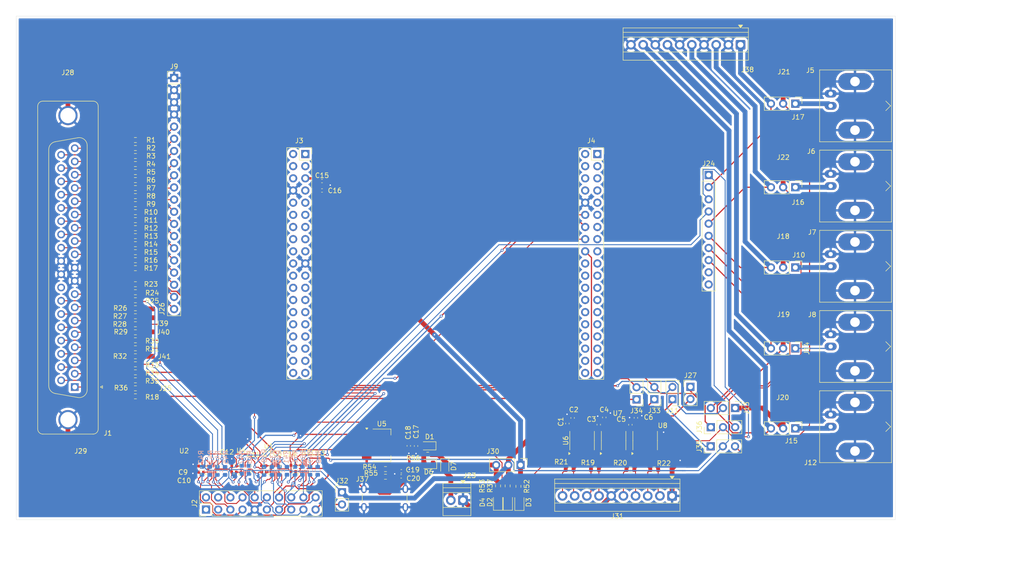
<source format=kicad_pcb>
(kicad_pcb (version 20241229) (generator "pcbnew") (generator_version "9.0")
  (layers (0 "F.Cu" signal) (2 "B.Cu" signal) (13 "F.Paste" user) (15 "B.Paste" user) (5 "F.SilkS" user "F.Silkscreen") (7 "B.SilkS" user "B.Silkscreen") (1 "F.Mask" user) (3 "B.Mask" user) (25 "Edge.Cuts" user))
  (net 0 "")
  (net 1 "Net-(J1-Pad4)")
  (net 2 "GND")
  (net 3 "Net-(J1-Pad5)")
  (net 4 "Net-(J1-Pad23)")
  (net 5 "Net-(J1-Pad16)")
  (net 6 "Net-(J1-Pad2)")
  (net 7 "Net-(J1-Pad11)")
  (net 8 "Net-(J1-Pad8)")
  (net 9 "Net-(J1-Pad34)")
  (net 10 "Net-(J1-Pad24)")
  (net 11 "Net-(J1-Pad6)")
  (net 12 "Net-(J1-Pad17)")
  (net 13 "Net-(J1-Pad1)")
  (net 14 "Net-(J1-Pad30)")
  (net 15 "Net-(J1-Pad36)")
  (net 16 "Net-(J1-Pad12)")
  (net 17 "Net-(J1-Pad7)")
  (net 18 "Net-(J1-Pad37)")
  (net 19 "Net-(J1-Pad19)")
  (net 20 "Net-(J1-Pad22)")
  (net 21 "Net-(J1-Pad35)")
  (net 22 "Net-(J1-Pad13)")
  (net 23 "Net-(J1-Pad32)")
  (net 24 "Net-(J1-Pad15)")
  (net 25 "Net-(J1-Pad31)")
  (net 26 "Net-(J1-Pad33)")
  (net 27 "Net-(J1-Pad26)")
  (net 28 "Net-(J1-Pad18)")
  (net 29 "Net-(J1-Pad20)")
  (net 30 "Net-(J1-Pad21)")
  (net 31 "Net-(J1-Pad14)")
  (net 32 "Net-(J1-Pad25)")
  (net 34 "Net-(J1-Pad3)")
  (net 73 "NCS")
  (net 76 "CLK")
  (net 87 "MOSI")
  (net 99 "MISO")
  (net 101 "TMP1")
  (net 102 "TMP2")
  (net 103 "Net-(J9-Pin_20)")
  (net 104 "Net-(J9-Pin_6)")
  (net 105 "Net-(J9-Pin_7)")
  (net 106 "Net-(J9-Pin_12)")
  (net 107 "Net-(J9-Pin_5)")
  (net 108 "Net-(J9-Pin_17)")
  (net 109 "Net-(J9-Pin_15)")
  (net 110 "Net-(J9-Pin_14)")
  (net 111 "Net-(J9-Pin_16)")
  (net 112 "Net-(J9-Pin_11)")
  (net 113 "Net-(J9-Pin_9)")
  (net 114 "Net-(J9-Pin_13)")
  (net 115 "Net-(J9-Pin_18)")
  (net 116 "Net-(J9-Pin_10)")
  (net 117 "Net-(J9-Pin_8)")
  (net 118 "Net-(J9-Pin_19)")
  (net 119 "TMP3")
  (net 120 "D_TMP1")
  (net 121 "C_FET2_CURR")
  (net 122 "C_FET1_CURR")
  (net 123 "D_TMP2")
  (net 124 "D_TMP3")
  (net 126 "DIFFOUT1")
  (net 127 "Net-(D1-A)")
  (net 128 "DIFFOUT2")
  (net 129 "RCV4_N")
  (net 130 "RCV2_N")
  (net 131 "RCV2_P")
  (net 132 "RCV1_P")
  (net 133 "FET1_2_OCF")
  (net 134 "RCV4_P")
  (net 135 "RCV3_N")
  (net 136 "RCV3_P")
  (net 137 "C_TMP1")
  (net 138 "C_TMP2")
  (net 139 "C_TMP3")
  (net 140 "D_FET2_CURR")
  (net 141 "FET2_CURR")
  (net 142 "FET1_CURR")
  (net 143 "D_FET1_CURR")
  (net 146 "RCV1_N")
  (net 147 "FET2_OPCL")
  (net 148 "FET1_OPCL")
  (net 149 "VCC")
  (net 150 "PS_PGOOD")
  (net 151 "SD_MOS")
  (net 158 "MCU_3V3")
  (net 159 "/GreenPak/P5")
  (net 160 "/GreenPak/P14")
  (net 161 "/GreenPak/P11")
  (net 162 "/GreenPak/P7")
  (net 163 "/GreenPak/P10")
  (net 164 "/GreenPak/P6")
  (net 165 "/GreenPak/P9")
  (net 166 "/GreenPak/P8")
  (net 167 "/GreenPak/P13")
  (net 168 "/GreenPak/P3")
  (net 169 "/GreenPak/P16")
  (net 170 "/GreenPak/P12")
  (net 171 "/GreenPak/P15")
  (net 172 "/GreenPak/P4")
  (net 179 "PEN")
  (net 180 "GP_ADC3")
  (net 181 "GP_ADC1")
  (net 182 "Net-(D2-A)")
  (net 183 "Net-(D3-A)")
  (net 184 "Net-(D4-A)")
  (net 191 "Net-(J11-Pin_1)")
  (net 192 "Net-(J27-Pin_2)")
  (net 193 "Net-(J2-Pin_19)")
  (net 194 "Net-(J33-Pin_1)")
  (net 195 "Net-(J34-Pin_1)")
  (net 196 "VBUS")
  (net 197 "Net-(J37-CC2)")
  (net 198 "Net-(J37-CC1)")
  (net 199 "Net-(D6-A)")
  (net 200 "LDO_3V3")
  (net 201 "Net-(D7-A)")
  (net 202 "MOS_TRIP")
  (net 205 "GP_ADC2")
  (net 206 "Net-(J25-Pin_1)")
  (net 207 "Net-(J26-Pin_1)")
  (net 208 "Net-(J39-Pin_1)")
  (net 209 "Net-(J40-Pin_1)")
  (net 210 "Net-(J41-Pin_1)")
  (footprint "Capacitor_SMD:C_0402_1005Metric" (layer "F.Cu") (at 68.691 112.659 180)
    (property "Reference" "C7")
    (property "Value" "100nF")
  )
  (footprint "Resistor_SMD:R_0603_1608Metric" (layer "F.Cu") (at 41.9 74.745449)
    (property "Reference" "R23")
    (property "Value" "0R")
  )
  (footprint "Package_DFN_QFN:Texas_R-PUQFN-N12" (layer "F.Cu") (at 71.001 113.299 90)
    (property "Reference" "U1")
    (property "Value" "TXB0104RUT")
  )
  (footprint "Capacitor_SMD:C_0402_1005Metric" (layer "F.Cu") (at 55.611 112.709 180)
    (property "Reference" "C9")
    (property "Value" "100nF")
  )
  (footprint "Capacitor_SMD:C_0402_1005Metric" (layer "F.Cu") (at 74.841 113.859 180)
    (property "Reference" "C13")
    (property "Value" "100nF")
  )
  (footprint "Connector_PinHeader_2.54mm:PinHeader_1x20_P2.54mm_Vertical" (layer "F.Cu") (at 49.97 31.68)
    (property "Reference" "J9")
    (property "Value" "Conn_01x20")
  )
  (footprint "Connector_PinHeader_2.54mm:PinHeader_1x02_P2.54mm_Vertical" (layer "F.Cu") (at 157.7 96.175)
    (property "Reference" "J27")
    (property "Value" "Conn_01x02")
  )
  (footprint "Resistor_SMD:R_0603_1608Metric" (layer "F.Cu") (at 121.81 116.95 90)
    (property "Reference" "R52")
    (property "Value" "330R")
  )
  (footprint "Resistor_SMD:R_0603_1608Metric" (layer "F.Cu") (at 41.9 68.055996)
    (property "Reference" "R15")
    (property "Value" "0R")
  )
  (footprint "Resistor_SMD:R_0603_1608Metric" (layer "F.Cu") (at 41.9 49.66)
    (property "Reference" "R4")
    (property "Value" "0R")
  )
  (footprint "Connector_USB:USB_C_Receptacle_GCT_USB4125-xx-x_6P_TopMnt_Horizontal" (layer "F.Cu") (at 93.9 120.5)
    (property "Reference" "J37")
    (property "Value" "USB_C_Receptacle_PowerOnly_6P")
  )
  (footprint "Resistor_SMD:R_0603_1608Metric" (layer "F.Cu") (at 41.9 54.67709)
    (property "Reference" "R7")
    (property "Value" "0R")
  )
  (footprint "Resistor_SMD:R_0603_1608Metric" (layer "F.Cu") (at 117.56 116.8625 90)
    (property "Reference" "R53")
    (property "Value" "330R")
  )
  (footprint "Connector_Wire:SolderWirePad_1x01_SMD_1x2mm" (layer "F.Cu") (at 45 79.9 90)
    (property "Reference" "J26")
    (property "Value" "Conn_01x01_Socket")
  )
  (footprint "Resistor_SMD:R_0603_1608Metric" (layer "F.Cu") (at 150.145 113.47 180)
    (property "Reference" "R22")
    (property "Value" "100R")
  )
  (footprint "Resistor_SMD:R_0603_1608Metric" (layer "F.Cu") (at 41.9 84.779629)
    (property "Reference" "R29")
    (property "Value" "0R")
  )
  (footprint "Package_SO:SOIC-8_3.9x4.9mm_P1.27mm" (layer "F.Cu") (at 148.25 107.4 90)
    (property "Reference" "U8")
    (property "Value" "ADN4664BRZ")
  )
  (footprint "Resistor_SMD:R_0603_1608Metric" (layer "F.Cu") (at 41.9 86.451992)
    (property "Reference" "R30")
    (property "Value" "0R")
  )
  (footprint "Connector_Wire:SolderWirePad_1x01_SMD_1x2mm" (layer "F.Cu") (at 27.8 33.1)
    (property "Reference" "J28")
    (property "Value" "Conn_01x01_Socket")
  )
  (footprint "Package_TO_SOT_SMD:SOT-223-3_TabPin2" (layer "F.Cu") (at 93.3 108.4)
    (property "Reference" "U5")
    (property "Value" "AMS1117-3.3")
  )
  (footprint "Connector_Coaxial:BNC_Amphenol_B6252HB-NPP3G-50_Horizontal" (layer "F.Cu") (at 186.95 104.5 -90)
    (property "Reference" "J12")
    (property "Value" "Conn_Coaxial")
  )
  (footprint "Resistor_SMD:R_0603_1608Metric" (layer "F.Cu") (at 41.9 56.349453)
    (property "Reference" "R8")
    (property "Value" "0R")
  )
  (footprint "Capacitor_SMD:C_0402_1005Metric" (layer "F.Cu") (at 133.12 102.67 90)
    (property "Reference" "C2")
    (property "Value" "100nF")
  )
  (footprint "Connector_PinHeader_2.54mm:PinHeader_1x02_P2.54mm_Vertical" (layer "F.Cu") (at 146.45 98.8 180)
    (property "Reference" "J34")
    (property "Value" "Conn_01x02")
  )
  (footprint "Connector_Dsub:DSUB-37_Socket_Vertical_P2.77x2.84mm_MountingHoles" (layer "F.Cu") (at 29.25 96.21 -90)
    (property "Reference" "J1")
    (property "Value" "DC37_Socket_MountingHoles")
  )
  (footprint "Resistor_SMD:R_0603_1608Metric" (layer "F.Cu") (at 41.9 98.158535)
    (property "Reference" "R18")
    (property "Value" "0R")
  )
  (footprint "Resistor_SMD:R_0603_1608Metric" (layer "F.Cu") (at 41.9 96.486172)
    (property "Reference" "R36")
    (property "Value" "0R")
  )
  (footprint "TerminalBlock:TerminalBlock_Xinya_XY308-2.54-10P_1x10_P2.54mm_Horizontal" (layer "F.Cu") (at 153.87 118.95 180)
    (property "Reference" "J31")
    (property "Value" "Screw_Terminal_01x10")
  )
  (footprint "Capacitor_SMD:C_0402_1005Metric" (layer "F.Cu") (at 139.72 102.57 90)
    (property "Reference" "C4")
    (property "Value" "100nF")
  )
  (footprint "TerminalBlock:TerminalBlock_Xinya_XY308-2.54-10P_1x10_P2.54mm_Horizontal" (layer "F.Cu") (at 168.15 24.75 180)
    (property "Reference" "J38")
    (property "Value" "Screw_Terminal_01x10")
  )
  (footprint "Resistor_SMD:R_0603_1608Metric" (layer "F.Cu") (at 145.17 113.47 180)
    (property "Reference" "R20")
    (property "Value" "100R")
  )
  (footprint "Resistor_SMD:R_0603_1608Metric" (layer "F.Cu") (at 41.9 88.124355)
    (property "Reference" "R31")
    (property "Value" "0R")
  )
  (footprint "Connector_Coaxial:BNC_Amphenol_B6252HB-NPP3G-50_Horizontal" (layer "F.Cu") (at 186.95 54.25 -90)
    (property "Reference" "J6")
    (property "Value" "Conn_Coaxial")
  )
  (footprint "Package_DFN_QFN:Texas_R-PUQFN-N12" (layer "F.Cu") (at 57.851 113.349 90)
    (property "Reference" "U2")
    (property "Value" "TXB0104RUT")
  )
  (footprint "Resistor_SMD:R_0603_1608Metric" (layer "F.Cu") (at 41.9 63.038906)
    (property "Reference" "R12")
    (property "Value" "0R")
  )
  (footprint "Resistor_SMD:R_0603_1608Metric" (layer "F.Cu") (at 41.9 83.107265)
    (property "Reference" "R28")
    (property "Value" "0R")
  )
  (footprint "Connector_Coaxial:BNC_Amphenol_B6252HB-NPP3G-50_Horizontal" (layer "F.Cu") (at 186.95 87.75 -90)
    (property "Reference" "J8")
    (property "Value" "Conn_Coaxial")
  )
  (footprint "Connector_Wire:SolderWirePad_1x01_SMD_1x2mm" (layer "F.Cu") (at 177.05 67.3)
    (property "Reference" "J18")
    (property "Value" "Conn_01x01_Socket")
  )
  (footprint "Resistor_SMD:R_0603_1608Metric" (layer "F.Cu") (at 41.9 76.417812)
    (property "Reference" "R24")
    (property "Value" "0R")
  )
  (footprint "Connector_Wire:SolderWirePad_1x01_SMD_1x2mm" (layer "F.Cu") (at 177.2 32.95)
    (property "Reference" "J21")
    (property "Value" "Conn_01x01_Socket")
  )
  (footprint "Connector_PinHeader_2.54mm:PinHeader_1x03_P2.54mm_Vertical" (layer "F.Cu") (at 161.95 104.6 90)
    (property "Reference" "J36")
    (property "Value" "Conn_01x03")
  )
  (footprint "Connector_PinHeader_2.54mm:PinHeader_1x10_P2.54mm_Vertical" (layer "F.Cu") (at 161.5 51.94)
    (property "Reference" "J24")
    (property "Value" "Conn_01x10")
  )
  (footprint "Connector_PinHeader_2.54mm:PinHeader_1x03_P2.54mm_Vertical" (layer "F.Cu") (at 122.25 112.5 -90)
    (property "Reference" "J30")
    (property "Value" "Conn_01x03")
  )
  (footprint "Capacitor_SMD:C_0402_1005Metric" (layer "F.Cu") (at 97.345 114.87)
    (property "Reference" "C20")
    (property "Value" "100nF")
  )
  (footprint "Resistor_SMD:R_0603_1608Metric" (layer "F.Cu") (at 132.495 113.47 180)
    (property "Reference" "R21")
    (property "Value" "100R")
  )
  (footprint "Connector_PinHeader_2.54mm:PinHeader_1x03_P2.54mm_Vertical" (layer "F.Cu") (at 179.58 88.15 -90)
    (property "Reference" "J14")
    (property "Value" "Conn_01x03")
  )
  (footprint "Connector_PinHeader_2.54mm:PinHeader_1x03_P2.54mm_Vertical" (layer "F.Cu") (at 161.92 108.6 90)
    (property "Reference" "J35")
    (property "Value" "Conn_01x03")
  )
  (footprint "Package_SO:SOIC-8_3.9x4.9mm_P1.27mm" (layer "F.Cu") (at 141.67 107.4 90)
    (property "Reference" "U7")
    (property "Value" "SN65LVDS2D")
  )
  (footprint "Capacitor_SMD:C_0402_1005Metric" (layer "F.Cu") (at 80.83 55.17)
    (property "Reference" "C16")
    (property "Value" "100nF")
  )
  (footprint "LED_SMD:LED_0805_2012Metric" (layer "F.Cu") (at 117.56 120.2625 90)
    (property "Reference" "D4")
    (property "Value" "LED")
  )
  (footprint "LED_SMD:LED_0805_2012Metric" (layer "F.Cu") (at 103.08 112.3 180)
    (property "Reference" "D6")
    (property "Value" "LED")
  )
  (footprint "Capacitor_SMD:C_0402_1005Metric" (layer "F.Cu") (at 62.461 113.959 180)
    (property "Reference" "C11")
    (property "Value" "100nF")
  )
  (footprint "Resistor_SMD:R_0603_1608Metric" (layer "F.Cu") (at 41.9 78.090176)
    (property "Reference" "R25")
    (property "Value" "0R")
  )
  (footprint "Resistor_SMD:R_0603_1608Metric" (layer "F.Cu") (at 41.9 66.383633)
    (property "Reference" "R14")
    (property "Value" "0R")
  )
  (footprint "Capacitor_SMD:C_0402_1005Metric" (layer "F.Cu") (at 98.9375 108.5 -90)
    (property "Reference" "C18")
    (property "Value" "100nF")
  )
  (footprint "Connector_Wire:SolderWirePad_1x01_SMD_1x2mm" (layer "F.Cu") (at 45.05 81.75 90)
    (property "Reference" "J39")
    (property "Value" "Conn_01x01_Socket")
  )
  (footprint "Capacitor_SMD:C_0402_1005Metric" (layer "F.Cu") (at 68.741 113.959 180)
    (property "Reference" "C8")
    (property "Value" "100nF")
  )
  (footprint "Connector_PinHeader_2.54mm:PinHeader_2x10_P2.54mm_Vertical" (layer "F.Cu") (at 56.631 121.799 90)
    (property "Reference" "J2")
    (property "Value" "Conn_02x10_Odd_Even")
  )
  (footprint "Connector_PinHeader_2.54mm:PinHeader_1x03_P2.54mm_Vertical" (layer "F.Cu") (at 179.58 104.85 -90)
    (property "Reference" "J15")
    (property "Value" "Conn_01x03")
  )
  (footprint "Resistor_SMD:R_0603_1608Metric" (layer "F.Cu") (at 41.9 64.711269)
    (property "Reference" "R13")
    (property "Value" "0R")
  )
  (footprint "Connector_PinHeader_2.54mm:PinHeader_1x03_P2.54mm_Vertical" (layer "F.Cu") (at 167.03 100.6 -90)
    (property "Reference" "J13")
    (property "Value" "Conn_01x03")
  )
  (footprint "Package_DFN_QFN:Texas_R-PUQFN-N12" (layer "F.Cu") (at 77.0935 113.2115 90)
    (property "Reference" "U3")
    (property "Value" "TXB0104RUT")
  )
  (footprint "Resistor_SMD:R_0603_1608Metric" (layer "F.Cu") (at 41.9 91.469082)
    (property "Reference" "R33")
    (property "Value" "0R")
  )
  (footprint "Diode_SMD:D_SOD-323" (layer "F.Cu") (at 103 108.5 180)
    (property "Reference" "D1")
    (property "Value" "D")
  )
  (footprint "Connector_Wire:SolderWirePad_1x01_SMD_1x2mm" (layer "F.Cu") (at 176.95 100.95)
    (property "Reference" "J20")
    (property "Value" "Conn_01x01_Socket")
  )
  (footprint "Capacitor_SMD:C_0402_1005Metric" (layer "F.Cu") (at 97.375 113.8)
    (property "Reference" "C19")
    (property "Value" "10uF")
  )
  (footprint "Capacitor_SMD:C_0402_1005Metric" (layer "F.Cu") (at 62.491 112.709 180)
    (property "Reference" "C12")
    (property "Value" "100nF")
  )
  (footprint "Resistor_SMD:R_0603_1608Metric" (layer "F.Cu") (at 41.9 94.813808)
    (property "Reference" "R35")
    (property "Value" "0R")
  )
  (footprint "Connector_PinSocket_2.54mm:PinSocket_2x19_P2.54mm_Vertical" (layer "F.Cu") (at 77.35 47.56)
    (property "Reference" "J3")
    (property "Value" "Conn_02x19_Odd_Even")
  )
  (footprint "Capacitor_SMD:C_0402_1005Metric" (layer "F.Cu") (at 74.841 112.559 180)
    (property "Reference" "C14")
    (property "Value" "100nF")
  )
  (footprint "Diode_SMD:D_SOD-323" (layer "F.Cu") (at 106.45 112.75 -90)
    (property "Reference" "D7")
    (property "Value" "D")
  )
  (footprint "Package_SO:SOIC-8_3.9x4.9mm_P1.27mm" (layer "F.Cu") (at 135.09 107.4 90)
    (property "Reference" "U6")
    (property "Value" "SN65LVDS2D")
  )
  (footprint "Connector_PinSocket_2.54mm:PinSocket_2x19_P2.54mm_Vertical" (layer "F.Cu") (at 138.28 47.56)
    (property "Reference" "J4")
    (property "Value" "Conn_02x19_Odd_Even")
  )
  (footprint "Connector_PinHeader_2.54mm:PinHeader_1x02_P2.54mm_Vertical" (layer "F.Cu") (at 153.95 98.75 180)
    (property "Reference" "J11")
    (property "Value" "Conn_01x02")
  )
  (footprint "Resistor_SMD:R_0603_1608Metric" (layer "F.Cu") (at 41.9 51.332363)
    (property "Reference" "R5")
    (property "Value" "0R")
  )
  (footprint "Resistor_SMD:R_0603_1608Metric" (layer "F.Cu") (at 41.9 53.004726)
    (property "Reference" "R6")
    (property "Value" "0R")
  )
  (footprint "Connector_Coaxial:BNC_Amphenol_B6252HB-NPP3G-50_Horizontal" (layer "F.Cu") (at 186.95 71 -90)
    (property "Reference" "J7")
    (property "Value" "Conn_Coaxial")
  )
  (footprint "Resistor_SMD:R_0603_1608Metric" (layer "F.Cu") (at 41.9 71.400723)
    (property "Reference" "R17")
    (property "Value" "0R")
  )
  (footprint "Capacitor_SMD:C_0402_1005Metric" (layer "F.Cu") (at 145.17 104.09 90)
    (property "Reference" "C5")
    (property "Value" "4.7uF")
  )
  (footprint "Resistor_SMD:R_0603_1608Metric" (layer "F.Cu") (at 41.9 59.69418)
    (property "Reference" "R10")
    (property "Value" "0R")
  )
  (footprint "Resistor_SMD:R_0603_1608Metric" (layer "F.Cu") (at 137.77 113.47 180)
    (property "Reference" "R19")
    (property "Value" "100R")
  )
  (footprint "Resistor_SMD:R_0603_1608Metric" (layer "F.Cu") (at 41.9 93.141445)
    (property "Reference" "R34")
    (property "Value" "0R")
  )
  (footprint "Resistor_SMD:R_0603_1608Metric" (layer "F.Cu") (at 41.9 47.987637)
    (property "Reference" "R3")
    (property "Value" "0R")
  )
  (footprint "LED_SMD:LED_0805_2012Metric" (layer "F.Cu") (at 122.01 120.3 90)
    (property "Reference" "D3")
    (property "Value" "LED")
  )
  (footprint "Capacitor_SMD:C_0402_1005Metric" (layer "F.Cu") (at 100.45 108.53 -90)
    (property "Reference" "C17")
    (property "Value" "10uF")
  )
  (footprint "Resistor_SMD:R_0603_1608Metric" (layer "F.Cu") (at 94.075 113.35)
    (property "Reference" "R54")
    (property "Value" "5.1k")
  )
  (footprint "Connector_Wire:SolderWirePad_1x01_SMD_1x2mm" (layer "F.Cu") (at 27.8 108.9)
    (property "Reference" "J29")
    (property "Value" "Conn_01x01_Socket")
  )
  (footprint "Resistor_SMD:R_0603_1608Metric" (layer "F.Cu") (at 41.9 69.728359)
    (property "Reference" "R16")
    (property "Value" "0R")
  )
  (footprint "Resistor_SMD:R_0603_1608Metric" (layer "F.Cu") (at 41.9 58.021816)
    (property "Reference" "R9")
    (property "Value" "0R")
  )
  (footprint "Connector_PinHeader_2.54mm:PinHeader_1x03_P2.54mm_Vertical" (layer "F.Cu") (at 179.58 71.25 -90)
    (property "Reference" "J10")
    (property "Value" "Conn_01x03")
  )
  (footprint "Connector_PinHeader_2.54mm:PinHeader_1x02_P2.54mm_Vertical" (layer "F.Cu") (at 150.166666 98.76 180)
    (property "Reference" "J33")
    (property "Value" "Conn_01x02")
  )
  (footprint "Connector_PinHeader_2.54mm:PinHeader_1x03_P2.54mm_Vertical" (layer "F.Cu") (at 179.58 54.5 -90)
    (property "Reference" "J16")
    (property "Value" "Conn_01x03")
  )
  (footprint "Resistor_SMD:R_0603_1608Metric" (layer "F.Cu") (at 41.9 79.762539)
    (property "Reference" "R26")
    (property "Value" "0R")
  )
  (footprint "Connector_Wire:SolderWirePad_1x01_SMD_1x2mm" (layer "F.Cu") (at 45.25 96.45 90)
    (property "Reference" "J25")
    (property "Value" "Conn_01x01_Socket")
  )
  (footprint "LED_SMD:LED_0805_2012Metric" (layer "F.Cu") (at 119.61 120.2625 90)
    (property "Reference" "D2")
    (property "Value" "LED")
  )
  (footprint "Connector_PinHeader_2.54mm:PinHeader_1x02_P2.54mm_Vertical" (layer "F.Cu") (at 85 118.2)
    (property "Reference" "J32")
    (property "Value" "Conn_01x02")
  )
  (footprint "Connector_Wire:SolderWirePad_1x01_SMD_1x2mm" (layer "F.Cu") (at 44.95 89.8 90)
    (property "Reference" "J41")
    (property "Value" "Conn_01x01_Socket")
  )
  (footprint "Capacitor_SMD:C_0402_1005Metric" (layer "F.Cu") (at 138.57 104.07 90)
    (property "Reference" "C3")
    (property "Value" "4.7uF")
  )
  (footprint "Connector_Wire:SolderWirePad_1x01_SMD_1x2mm" (layer "F.Cu") (at 177.05 50.8)
    (property "Reference" "J22")
    (property "Value" "Conn_01x01_Socket")
  )
  (footprint "Connector_PinHeader_2.54mm:PinHeader_1x03_P2.54mm_Vertical" (layer "F.Cu") (at 179.58 37.05 -90)
    (property "Reference" "J17")
    (property "Value" "Conn_01x03")
  )
  (footprint "Resistor_SMD:R_0603_1608Metric" (layer "F.Cu") (at 94.075 114.95)
    (property "Reference" "R55")
    (property "Value" "5.1k")
  )
  (footprint "Resistor_SMD:R_0603_1608Metric" (layer "F.Cu") (at 41.9 81.434902)
    (property "Reference" "R27")
    (property "Value" "0R")
  )
  (footprint "Connector_Wire:SolderWirePad_1x01_SMD_1x2mm" (layer "F.Cu") (at 44.95 84.7 -90)
    (property "Reference" "J40")
    (property "Value" "Conn_01x01_Socket")
  )
  (footprint "Resistor_SMD:R_0603_1608Metric" (layer "F.Cu") (at 41.9 89.796719)
    (property "Reference" "R32")
    (property "Value" "0R")
  )
  (footprint "Package_DFN_QFN:Texas_R-PUQFN-N12" (layer "F.Cu") (at 64.8035 113.349 90)
    (property "Reference" "U4")
    (property "Value" "TXB0104RUT")
  )
  (footprint "Capacitor_SMD:C_0402_1005Metric" (layer "F.Cu") (at 55.611 114.009 180)
    (property "Reference" "C10")
    (property "Value" "100nF")
  )
  (footprint "Capacitor_SMD:C_0402_1005Metric" (layer "F.Cu") (at 80.83 53.2)
    (property "Reference" "C15")
    (property "Value" "4.7uF")
  )
  (footprint "Resistor_SMD:R_0603_1608Metric" (layer "F.Cu") (at 41.9 44.64291)
    (property "Reference" "R1")
    (property "Value" "0R")
  )
  (footprint "Capacitor_SMD:C_0402_1005Metric" (layer "F.Cu") (at 146.32 102.64 90)
    (property "Reference" "C6")
    (property "Value" "100nF")
  )
  (footprint "Resistor_SMD:R_0603_1608Metric" (layer "F.Cu") (at 41.9 46.315273)
    (property "Reference" "R2")
    (property "Value" "0R")
  )
  (footprint "Resistor_SMD:R_0603_1608Metric" (layer "F.Cu") (at 41.9 61.366543)
    (property "Reference" "R11")
    (property "Value" "0R")
  )
  (footprint "Connector_Wire:SolderWirePad_1x01_SMD_1x2mm" (layer "F.Cu") (at 177.1 83.6)
    (property "Reference" "J19")
    (property "Value" "Conn_01x01_Socket")
  )
  (footprint "Resistor_SMD:R_0603_1608Metric" (layer "F.Cu") (at 119.56 116.8625 90)
    (property "Reference" "R37")
    (property "Value" "330R")
  )
  (footprint "Capacitor_SMD:C_0402_1005Metric" (layer "F.Cu") (at 132.02 103.84 90)
    (property "Reference" "C1")
    (property "Value" "4.7uF")
  )
  (footprint "Connector_Coaxial:BNC_Amphenol_B6252HB-NPP3G-50_Horizontal" (layer "F.Cu") (at 186.95 37.5 -90)
    (property "Reference" "J5")
    (property "Value" "Conn_Coaxial")
  )
  (footprint "TerminalBlock:TerminalBlock_Xinya_XY308-2.54-2P_1x02_P2.54mm_Horizontal" (layer "F.Cu") (at 110.25 119.85 180)
    (property "Reference" "J23")
    (property "Value" "Screw_Terminal_01x02")
  )
  (footprint "Resistor_SMD:R_0603_1608Metric" (layer "F.Cu") (at 102.88 110.35)
    (property "Reference" "R56")
    (property "Value" "330R")
  )
  (footprint "Resistor_SMD:R_0603_1608Metric" (layer "B.Cu") (at 57.396555 113.734 -90)
    (property "Reference" "R43")
    (property "Value" "0R")
  )
  (footprint "Resistor_SMD:R_0603_1608Metric" (layer "B.Cu") (at 79.927667 113.709 -90)
    (property "Reference" "R48")
    (property "Value" "0R")
  )
  (footprint "Resistor_SMD:R_0603_1608Metric" (layer "B.Cu") (at 59.002111 113.734 -90)
    (property "Reference" "R44")
    (property "Value" "0R")
  )
  (footprint "Resistor_SMD:R_0603_1608Metric" (layer "B.Cu") (at 60.607666 113.734 -90)
    (property "Reference" "R45")
    (property "Value" "0R")
  )
  (footprint "Resistor_SMD:R_0603_1608Metric" (layer "B.Cu") (at 73.524333 113.709 -90)
    (property "Reference" "R41")
    (property "Value" "0R")
  )
  (footprint "Resistor_SMD:R_0603_1608Metric" (layer "B.Cu") (at 68.741 113.734 -90)
    (property "Reference" "R38")
    (property "Value" "0R")
  )
  (footprint "Resistor_SMD:R_0603_1608Metric" (layer "B.Cu") (at 76.741 113.709 -90)
    (property "Reference" "R50")
    (property "Value" "0R")
  )
  (footprint "Resistor_SMD:R_0603_1608Metric" (layer "B.Cu") (at 55.791 113.709 -90)
    (property "Reference" "R42")
    (property "Value" "0R")
  )
  (footprint "Resistor_SMD:R_0603_1608Metric" (layer "B.Cu") (at 64.041 113.484 -90)
    (property "Reference" "R47")
    (property "Value" "0R")
  )
  (footprint "Resistor_SMD:R_0603_1608Metric" (layer "B.Cu") (at 75.191 113.709 -90)
    (property "Reference" "R51")
    (property "Value" "0R")
  )
  (footprint "Resistor_SMD:R_0603_1608Metric" (layer "B.Cu") (at 78.334334 113.709 -90)
    (property "Reference" "R49")
    (property "Value" "0R")
  )
  (footprint "Resistor_SMD:R_0603_1608Metric" (layer "B.Cu") (at 70.391 113.734 -90)
    (property "Reference" "R39")
    (property "Value" "0R")
  )
  (footprint "Resistor_SMD:R_0603_1608Metric" (layer "B.Cu") (at 71.941 113.709 -90)
    (property "Reference" "R40")
    (property "Value" "0R")
  )
  (footprint "Resistor_SMD:R_0603_1608Metric" (layer "B.Cu") (at 65.591 113.509 -90)
    (property "Reference" "R46")
    (property "Value" "0R")
  )
  (gr_rect (start 17.05 18.75) (end 200.45 123.9) (stroke (width 0.05)) (fill no) (layer "Edge.Cuts"))
  (gr_text "FET1CUR" (at 186.35 29.3 0) (layer "F.Cu") (effects (font (size 1.5 1.5) (thickness 0.3) (bold yes)) (justify left bottom)))
  (segment (start 29.25 87.9) (end 40.850645 87.9) (width 0.2) (layer "F.Cu") (net 1))
  (segment (start 40.850645 87.9) (end 41.075 88.124355) (width 0.2) (layer "F.Cu") (net 1))
  (segment (start 147.51 102.16) (end 147.55 102.2) (width 0.25) (layer "F.Cu") (net 2))
  (segment (start 96.65 117.42) (end 97.825 116.245) (width 0.5) (layer "F.Cu") (net 2))
  (segment (start 85.2915 113.2115) (end 89.58 117.5) (width 0.25) (layer "F.Cu") (net 2))
  (segment (start 139.72 102.09) (end 140.56 102.09) (width 0.25) (layer "F.Cu") (net 2))
  (segment (start 72.153 113.299) (end 71.801 113.299) (width 0.2) (layer "F.Cu") (net 2))
  (segment (start 65.3 107.05) (end 65.3 107.1) (width 0.2) (layer "F.Cu") (net 2))
  (segment (start 145 103.5) (end 145 102.6) (width 0.25) (layer "F.Cu") (net 2))
  (segment (start 74.361 113.859) (end 73.801 113.299) (width 0.2) (layer "F.Cu") (net 2))
  (segment (start 74.189 108.511) (end 74.189 111.647) (width 0.2) (layer "F.Cu") (net 2))
  (segment (start 61.371 113.349) (end 61.981 113.959) (width 0.25) (layer "F.Cu") (net 2))
  (segment (start 78.127 118.771884) (end 78.127 119.746116) (width 0.25) (layer "F.Cu") (net 2))
  (segment (start 153.87 113.23) (end 155.55 111.55) (width 1) (layer "F.Cu") (net 2))
  (segment (start 67.967 122.975) (end 66.791 121.799) (width 0.25) (layer "F.Cu") (net 2))
  (segment (start 62.011 111.379) (end 62.011 112.709) (width 0.2) (layer "F.Cu") (net 2))
  (segment (start 98.22 116.64) (end 97.825 116.245) (width 0.25) (layer "F.Cu") (net 2))
  (segment (start 67.5 111.05) (end 67.5 111.608) (width 0.2) (layer "F.Cu") (net 2))
  (segment (start 151.375 104.925) (end 152.1 105.65) (width 0.25) (layer "F.Cu") (net 2))
  (segment (start 104.0175 113.8325) (end 104 113.85) (width 0.25) (layer "F.Cu") (net 2))
  (segment (start 61.981 113.959) (end 61.981 112.739) (width 0.2) (layer "F.Cu") (net 2))
  (segment (start 62 111.368) (end 62.011 111.379) (width 0.2) (layer "F.Cu") (net 2))
  (segment (start 67.731 113.959) (end 67.241 114.449) (width 0.2) (layer "F.Cu") (net 2))
  (segment (start 78.9 106.1) (end 90.15 106.1) (width 0.2) (layer "F.Cu") (net 2))
  (segment (start 67.886803 110.663197) (end 67.5 111.05) (width 0.2) (layer "F.Cu") (net 2))
  (segment (start 81.31 55.17) (end 81.43 55.17) (width 0.25) (layer "F.Cu") (net 2))
  (segment (start 136.995 103.655) (end 138.35 102.3) (width 0.25) (layer "F.Cu") (net 2))
  (segment (start 27.83 39.53) (end 27.83 33.13) (width 1) (layer "F.Cu") (net 2))
  (segment (start 90.15 106.1) (end 76.6 106.1) (width 0.2) (layer "F.Cu") (net 2))
  (segment (start 81.43 55.17) (end 82.55 54.05) (width 0.25) (layer "F.Cu") (net 2))
  (segment (start 78.127 119.746116) (end 77.250116 120.623) (width 0.25) (layer "F.Cu") (net 2))
  (segment (start 73.870884 120.623) (end 73.047 121.446884) (width 0.25) (layer "F.Cu") (net 2))
  (segment (start 98.65 113.8) (end 99.05 113.4) (width 0.5) (layer "F.Cu") (net 2))
  (segment (start 136.995 104.925) (end 136.995 103.655) (width 0.25) (layer "F.Cu") (net 2))
  (segment (start 140.56 102.09) (end 141 101.65) (width 0.25) (layer "F.Cu") (net 2))
  (segment (start 99.05 113.4) (end 99.05 110.15) (width 0.5) (layer "F.Cu") (net 2))
  (segment (start 27.83 103.03) (end 27.83 108.87) (width 1) (layer "F.Cu") (net 2))
  (segment (start 138.57 103.59) (end 138.57 102.52) (width 0.25) (layer "F.Cu") (net 2))
  (segment (start 91.15 117.42) (end 89.66 117.42) (width 0.25) (layer "F.Cu") (net 2))
  (segment (start 61.981 112.739) (end 62.011 112.709) (width 0.2) (layer "F.Cu") (net 2))
  (segment (start 89.66 117.42) (end 89.58 117.5) (width 0.25) (layer "F.Cu") (net 2))
  (segment (start 81.31 53.2) (end 81.7 53.2) (width 0.25) (layer "F.Cu") (net 2))
  (segment (start 76.35 106.35) (end 74.189 108.511) (width 0.2) (layer "F.Cu") (net 2))
  (segment (start 132.02 103.36) (end 132.02 101.97) (width 0.25) (layer "F.Cu") (net 2))
  (segment (start 58.651 113.349) (end 61.371 113.349) (width 0.25) (layer "F.Cu") (net 2))
  (segment (start 111.6375 121.2375) (end 110.25 119.85) (width 1) (layer "F.Cu") (net 2))
  (segment (start 146.32 102.16) (end 147.51 102.16) (width 0.25) (layer "F.Cu") (net 2))
  (segment (start 122.01 121.2375) (end 111.6375 121.2375) (width 1) (layer "F.Cu") (net 2))
  (segment (start 78.250057 106.1) (end 78.9 106.1) (width 0.2) (layer "F.Cu") (net 2))
  (segment (start 74.361 112.559) (end 74.361 111.819) (width 0.2) (layer "F.Cu") (net 2))
  (segment (start 65.3 107.1) (end 67.886803 109.686803) (width 0.2) (layer "F.Cu") (net 2))
  (segment (start 132.24 102.19) (end 131.95 101.9) (width 0.25) (layer "F.Cu") (net 2))
  (segment (start 99 110.1) (end 98.95 110.05) (width 0.25) (layer "F.Cu") (net 2))
  (segment (start 54.301 112.709) (end 53.941 112.349) (width 0.2) (layer "F.Cu") (net 2))
  (segment (start 97.825 114.87) (end 97.825 113.83) (width 0.5) (layer "F.Cu") (net 2))
  (segment (start 68.261 113.959) (end 67.731 113.959) (width 0.2) (layer "F.Cu") (net 2))
  (segment (start 82.1 114.798884) (end 78.127 118.771884) (width 0.25) (layer "F.Cu") (net 2))
  (segment (start 27.83 33.13) (end 27.8 33.1) (width 1) (layer "F.Cu") (net 2))
  (segment (start 143.575 104.925) (end 145 103.5) (width 0.25) (layer "F.Cu") (net 2))
  (segment (start 73.801 113.299) (end 71.801 113.299) (width 0.2) (layer "F.Cu") (net 2))
  (segment (start 94.9 113.35) (end 95 113.35) (width 0.25) (layer "F.Cu") (net 2))
  (segment (start 82.1 113.2115) (end 82.1 114.798884) (width 0.25) (layer "F.Cu") (net 2))
  (segment (start 98.9375 110.0375) (end 98.95 110.05) (width 0.25) (layer "F.Cu") (net 2))
  (segment (start 94.9 114.95) (end 95.4 114.95) (width 0.25) (layer "F.Cu") (net 2))
  (segment (start 81.7 53.2) (end 82.55 54.05) (width 0.25) (layer "F.Cu") (net 2))
  (segment (start 153.87 118.95) (end 153.87 113.23) (width 1) (layer "F.Cu") (net 2))
  (segment (start 138.8825 121.2375) (end 141.17 118.95) (width 1) (layer "F.Cu") (net 2))
  (segment (start 97.825 116.245) (end 97.825 114.87) (width 0.5) (layer "F.Cu") (net 2))
  (segment (start 62 111.2) (end 62 111.368) (width 0.2) (layer "F.Cu") (net 2))
  (segment (start 67.241 114.449) (end 66.141 113.349) (width 0.2) (layer "F.Cu") (net 2))
  (segment (start 95.4 114.95) (end 96 114.35) (width 0.25) (layer "F.Cu") (net 2))
  (segment (start 77.250116 120.623) (end 73.870884 120.623) (width 0.25) (layer "F.Cu") (net 2))
  (segment (start 55.131 114.009) (end 54.131 114.009) (width 0.2) (layer "F.Cu") (net 2))
  (segment (start 95 113.35) (end 96 114.35) (width 0.25) (layer "F.Cu") (net 2))
  (segment (start 97.855 113.8) (end 98.65 113.8) (width 0.5) (layer "F.Cu") (net 2))
  (segment (start 73.047 121.446884) (end 73.047 122.286116) (width 0.25) (layer "F.Cu") (net 2))
  (segment (start 67.886803 109.686803) (end 67.886803 110.663197) (width 0.2) (layer "F.Cu") (net 2))
  (segment (start 100.45 110.1) (end 99 110.1) (width 0.25) (layer "F.Cu") (net 2))
  (segment (start 72.358116 122.975) (end 67.967 122.975) (width 0.25) (layer "F.Cu") (net 2))
  (segment (start 150.155 104.925) (end 151.375 104.925) (width 0.25) (layer "F.Cu") (net 2))
  (segment (start 97.825 113.83) (end 97.855 113.8) (width 0.5) (layer "F.Cu") (net 2))
  (segment (start 104.0175 112.3) (end 104.0175 113.8325) (width 0.25) (layer "F.Cu") (net 2))
  (segment (start 132.02 101.97) (end 131.95 101.9) (width 0.25) (layer "F.Cu") (net 2))
  (segment (start 100.45 109.01) (end 100.45 110.1) (width 0.25) (layer "F.Cu") (net 2))
  (segment (start 133.12 102.19) (end 132.24 102.19) (width 0.25) (layer "F.Cu") (net 2))
  (segment (start 61.981 113.959) (end 61.981 114.889) (width 0.2) (layer "F.Cu") (net 2))
  (segment (start 98.22 117.5) (end 98.22 116.64) (width 0.25) (layer "F.Cu") (net 2))
  (segment (start 145.17 103.61) (end 145.17 102.77) (width 0.25) (layer "F.Cu") (net 2))
  (segment (start 55.131 112.709) (end 54.301 112.709) (width 0.2) (layer "F.Cu") (net 2))
  (segment (start 99.05 110.15) (end 98.95 110.05) (width 0.5) (layer "F.Cu") (net 2))
  (segment (start 82.1 113.2115) (end 85.2915 113.2115) (width 0.25) (layer "F.Cu") (net 2))
  (segment (start 66.141 113.349) (end 65.6035 113.349) (width 0.2) (layer "F.Cu") (net 2))
  (segment (start 54.131 114.009) (end 53.891 114.249) (width 0.2) (layer "F.Cu") (net 2))
  (segment (start 73.047 122.286116) (end 72.358116 122.975) (width 0.25) (layer "F.Cu") (net 2))
  (segment (start 27.83 108.87) (end 27.8 108.9) (width 1) (layer "F.Cu") (net 2))
  (segment (start 77.8935 113.2115) (end 82.1 113.2115) (width 0.25) (layer "F.Cu") (net 2))
  (segment (start 74.189 111.647) (end 74.361 111.819) (width 0.2) (layer "F.Cu") (net 2))
  (segment (start 138.57 102.52) (end 138.35 102.3) (width 0.25) (layer "F.Cu") (net 2))
  (segment (start 74.361 113.859) (end 74.361 111.819) (width 0.2) (layer "F.Cu") (net 2))
  (segment (start 68.211 112.319) (end 68.211 112.659) (width 0.2) (layer "F.Cu") (net 2))
  (segment (start 98.9375 108.98) (end 98.9375 110.0375) (width 0.25) (layer "F.Cu") (net 2))
  (segment (start 76.6 106.1) (end 76.35 106.35) (width 0.2) (layer "F.Cu") (net 2))
  (segment (start 145.17 102.77) (end 145 102.6) (width 0.25) (layer "F.Cu") (net 2))
  (segment (start 61.981 114.889) (end 62.091 114.999) (width 0.2) (layer "F.Cu") (net 2))
  (segment (start 67.5 111.608) (end 68.211 112.319) (width 0.2) (layer "F.Cu") (net 2))
  (segment (start 122.01 121.2375) (end 138.8825 121.2375) (width 1) (layer "F.Cu") (net 2))
  (via (at 96 114.35) (size 0.6) (drill 0.3) (layers "F.Cu" "B.Cu") (net 2))
  (via (at 76.35 106.35) (size 0.6) (drill 0.3) (layers "F.Cu" "B.Cu") (net 2))
  (via (at 99.05 113.4) (size 0.6) (drill 0.3) (layers "F.Cu" "B.Cu") (net 2))
  (via (at 98.95 110.05) (size 0.6) (drill 0.3) (layers "F.Cu" "B.Cu") (net 2))
  (via (at 82.55 54.05) (size 0.6) (drill 0.3) (layers "F.Cu" "B.Cu") (net 2))
  (via (at 53.891 114.249) (size 0.6) (drill 0.3) (layers "F.Cu" "B.Cu") (net 2))
  (via (at 53.941 112.349) (size 0.6) (drill 0.3) (layers "F.Cu" "B.Cu") (net 2))
  (via (at 62.091 114.999) (size 0.6) (drill 0.3) (layers "F.Cu" "B.Cu") (net 2))
  (via (at 131.95 101.9) (size 0.6) (drill 0.3) (layers "F.Cu" "B.Cu") (net 2))
  (via (at 141 101.65) (size 0.6) (drill 0.3) (layers "F.Cu" "B.Cu") (net 2))
  (via (at 104 113.85) (size 0.6) (drill 0.3) (layers "F.Cu" "B.Cu") (net 2))
  (via (at 100.45 110.1) (size 0.6) (drill 0.3) (layers "F.Cu" "B.Cu") (net 2))
  (via (at 152.1 105.65) (size 0.6) (drill 0.3) (layers "F.Cu" "B.Cu") (net 2))
  (via (at 67.241 114.449) (size 0.6) (drill 0.3) (layers "F.Cu" "B.Cu") (net 2))
  (via (at 138.35 102.3) (size 0.6) (drill 0.3) (layers "F.Cu" "B.Cu") (net 2))
  (via (at 147.55 102.2) (size 0.6) (drill 0.3) (layers "F.Cu" "B.Cu") (net 2))
  (via (at 155.55 111.55) (size 0.6) (drill 0.3) (layers "F.Cu" "B.Cu") (net 2))
  (via (at 145 102.6) (size 0.6) (drill 0.3) (layers "F.Cu" "B.Cu") (net 2))
  (via (at 62 111.2) (size 0.6) (drill 0.3) (layers "F.Cu" "B.Cu") (net 2))
  (via (at 65.3 107.05) (size 0.6) (drill 0.3) (layers "F.Cu" "B.Cu") (net 2))
  (segment (start 66.303884 118.083) (end 66.317 118.083) (width 0.25) (layer "B.Cu") (net 2))
  (segment (start 66.317 118.083) (end 67.726 116.674) (width 0.25) (layer "B.Cu") (net 2))
  (segment (start 65.615 118.771884) (end 66.303884 118.083) (width 0.25) (layer "B.Cu") (net 2))
  (segment (start 67.726 116.674) (end 67.726 114.934) (width 0.25) (layer "B.Cu") (net 2))
  (segment (start 67.726 114.934) (end 67.241 114.449) (width 0.25) (layer "B.Cu") (net 2))
  (segment (start 66.791 121.799) (end 65.615 120.623) (width 0.25) (layer "B.Cu") (net 2))
  (segment (start 65.615 120.623) (end 65.615 118.771884) (width 0.25) (layer "B.Cu") (net 2))
  (segment (start 29.600371 84.779629) (end 29.25 85.13) (width 0.2) (layer "F.Cu") (net 3))
  (segment (start 41.075 84.779629) (end 29.600371 84.779629) (width 0.2) (layer "F.Cu") (net 3))
  (segment (start 41.075 86.451992) (end 26.473008 86.451992) (width 0.2) (layer "F.Cu") (net 4))
  (segment (start 26.473008 86.451992) (end 26.41 86.515) (width 0.2) (layer "F.Cu") (net 4))
  (segment (start 29.25 54.66) (end 41.05791 54.66) (width 0.2) (layer "F.Cu") (net 5))
  (segment (start 41.05791 54.66) (end 41.075 54.67709) (width 0.2) (layer "F.Cu") (net 5))
  (segment (start 29.25 93.44) (end 39.701192 93.44) (width 0.2) (layer "F.Cu") (net 6))
  (segment (start 39.701192 93.44) (end 41.075 94.813808) (width 0.2) (layer "F.Cu") (net 6))
  (segment (start 38.184277 68.51) (end 41.075 71.400723) (width 0.2) (layer "F.Cu") (net 7))
  (segment (start 29.25 68.51) (end 38.184277 68.51) (width 0.2) (layer "F.Cu") (net 7))
  (segment (start 39.000449 76.82) (end 41.075 74.745449) (width 0.2) (layer "F.Cu") (net 8))
  (segment (start 29.25 76.82) (end 39.000449 76.82) (width 0.2) (layer "F.Cu") (net 8))
  (segment (start 40.770547 56.045) (end 41.075 56.349453) (width 0.2) (layer "F.Cu") (net 9))
  (segment (start 26.41 56.045) (end 40.770547 56.045) (width 0.2) (layer "F.Cu") (net 9))
  (segment (start 40.437265 83.745) (end 26.41 83.745) (width 0.2) (layer "F.Cu") (net 10))
  (segment (start 41.075 83.107265) (end 40.437265 83.745) (width 0.2) (layer "F.Cu") (net 10))
  (segment (start 29.25 82.36) (end 40.149902 82.36) (width 0.2) (layer "F.Cu") (net 11))
  (segment (start 40.149902 82.36) (end 41.075 81.434902) (width 0.2) (layer "F.Cu") (net 11))
  (segment (start 40.517363 51.89) (end 41.075 51.332363) (width 0.2) (layer "F.Cu") (net 12))
  (segment (start 29.25 51.89) (end 40.517363 51.89) (width 0.2) (layer "F.Cu") (net 12))
  (segment (start 29.25 96.21) (end 39.126465 96.21) (width 0.2) (layer "F.Cu") (net 13))
  (segment (start 39.126465 96.21) (end 41.075 98.158535) (width 0.2) (layer "F.Cu") (net 13))
  (segment (start 38.471641 67.125) (end 41.075 69.728359) (width 0.2) (layer "F.Cu") (net 14))
  (segment (start 26.41 67.125) (end 38.471641 67.125) (width 0.2) (layer "F.Cu") (net 14))
  (segment (start 26.41 50.505) (end 40.23 50.505) (width 0.2) (layer "F.Cu") (net 15))
  (segment (start 40.23 50.505) (end 41.075 49.66) (width 0.2) (layer "F.Cu") (net 15))
  (segment (start 29.25 65.74) (end 38.759004 65.74) (width 0.2) (layer "F.Cu") (net 16))
  (segment (start 38.759004 65.74) (end 41.075 68.055996) (width 0.2) (layer "F.Cu") (net 16))
  (segment (start 38.7 79.45) (end 40.059824 78.090176) (width 0.2) (layer "F.Cu") (net 17))
  (segment (start 29.25 79.59) (end 29.25 79.5) (width 0.2) (layer "F.Cu") (net 17))
  (segment (start 29.3 79.45) (end 38.7 79.45) (width 0.2) (layer "F.Cu") (net 17))
  (segment (start 29.25 79.5) (end 29.3 79.45) (width 0.2) (layer "F.Cu") (net 17))
  (segment (start 40.059824 78.090176) (end 41.075 78.090176) (width 0.2) (layer "F.Cu") (net 17))
  (segment (start 39.655273 47.735) (end 41.075 46.315273) (width 0.2) (layer "F.Cu") (net 18))
  (segment (start 26.41 47.735) (end 39.655273 47.735) (width 0.2) (layer "F.Cu") (net 18))
  (segment (start 29.25 46.35) (end 39.36791 46.35) (width 0.2) (layer "F.Cu") (net 19))
  (segment (start 39.36791 46.35) (end 41.075 44.64291) (width 0.2) (layer "F.Cu") (net 19))
  (segment (start 41.075 89.796719) (end 40.563281 89.285) (width 0.2) (layer "F.Cu") (net 20))
  (segment (start 40.563281 89.285) (end 26.41 89.285) (width 0.2) (layer "F.Cu") (net 20))
  (segment (start 26.41 53.275) (end 40.804726 53.275) (width 0.2) (layer "F.Cu") (net 21))
  (segment (start 40.804726 53.275) (end 41.075 53.004726) (width 0.2) (layer "F.Cu") (net 21))
  (segment (start 29.25 62.97) (end 39.333731 62.97) (width 0.2) (layer "F.Cu") (net 22))
  (segment (start 39.333731 62.97) (end 41.075 64.711269) (width 0.2) (layer "F.Cu") (net 22))
  (segment (start 40.104393 61.585) (end 41.075 62.555607) (width 0.2) (layer "F.Cu") (net 23))
  (segment (start 41.075 62.555607) (end 41.075 63.038906) (width 0.2) (layer "F.Cu") (net 23))
  (segment (start 26.41 61.585) (end 40.104393 61.585) (width 0.2) (layer "F.Cu") (net 23))
  (segment (start 29.25 57.43) (end 40.483184 57.43) (width 0.2) (layer "F.Cu") (net 24))
  (segment (start 40.483184 57.43) (end 41.075 58.021816) (width 0.2) (layer "F.Cu") (net 24))
  (segment (start 26.41 64.355) (end 39.046367 64.355) (width 0.2) (layer "F.Cu") (net 25))
  (segment (start 39.046367 64.355) (end 41.075 66.383633) (width 0.2) (layer "F.Cu") (net 25))
  (segment (start 40.19582 58.815) (end 41.075 59.69418) (width 0.2) (layer "F.Cu") (net 26))
  (segment (start 26.41 58.815) (end 40.19582 58.815) (width 0.2) (layer "F.Cu") (net 26))
  (segment (start 39.287812 78.205) (end 26.41 78.205) (width 0.2) (layer "F.Cu") (net 27))
  (segment (start 41.075 76.417812) (end 39.287812 78.205) (width 0.2) (layer "F.Cu") (net 27))
  (segment (start 39.942637 49.12) (end 41.075 47.987637) (width 0.2) (layer "F.Cu") (net 28))
  (segment (start 29.25 49.12) (end 39.942637 49.12) (width 0.2) (layer "F.Cu") (net 28))
  (segment (start 26.41 94.825) (end 39.413828 94.825) (width 0.2) (layer "F.Cu") (net 29))
  (segment (start 39.413828 94.825) (end 41.075 96.486172) (width 0.2) (layer "F.Cu") (net 29))
  (segment (start 39.988555 92.055) (end 26.41 92.055) (width 0.2) (layer "F.Cu") (net 30))
  (segment (start 41.075 93.141445) (end 39.988555 92.055) (width 0.2) (layer "F.Cu") (net 30))
  (segment (start 39.908457 60.2) (end 41.075 61.366543) (width 0.2) (layer "F.Cu") (net 31))
  (segment (start 29.25 60.2) (end 39.908457 60.2) (width 0.2) (layer "F.Cu") (net 31))
  (segment (start 39.862539 80.975) (end 41.075 79.762539) (width 0.2) (layer "F.Cu") (net 32))
  (segment (start 26.41 80.975) (end 39.862539 80.975) (width 0.2) (layer "F.Cu") (net 32))
  (segment (start 40.275918 90.67) (end 41.075 91.469082) (width 0.2) (layer "F.Cu") (net 34))
  (segment (start 29.25 90.67) (end 40.275918 90.67) (width 0.2) (layer "F.Cu") (net 34))
  (segment (start 43.148418 68.927359) (end 43.451 69.229941) (width 0.25) (layer "F.Cu") (net 73))
  (segment (start 137.05 94.75) (end 137.05 69.19) (width 0.25) (layer "F.Cu") (net 73))
  (segment (start 137.05 69.19) (end 135.74 67.88) (width 0.25) (layer "F.Cu") (net 73))
  (segment (start 51.55 82.45) (end 64.998 95.898) (width 0.25) (layer "F.Cu") (net 73))
  (segment (start 72.441 111.409) (end 71.841 112.009) (width 0.2) (layer "F.Cu") (net 73))
  (segment (start 72.441 111.173702) (end 56.081106 94.813808) (width 0.25) (layer "F.Cu") (net 73))
  (segment (start 50.457116 76.224) (end 51.55 77.316884) (width 0.25) (layer "F.Cu") (net 73))
  (segment (start 42.725 94.813808) (end 41.999 94.087808) (width 0.25) (layer "F.Cu") (net 73))
  (segment (start 43.451 70.226777) (end 49.448223 76.224) (width 0.25) (layer "F.Cu") (net 73))
  (segment (start 71.841 112.009) (end 71.841 112.609) (width 0.2) (layer "F.Cu") (net 73))
  (segment (start 49.448223 76.224) (end 50.457116 76.224) (width 0.25) (layer "F.Cu") (net 73))
  (segment (start 41.999 94.087808) (end 41.999 69.229941) (width 0.25) (layer "F.Cu") (net 73))
  (segment (start 71.841 112.609) (end 71.801 112.649) (width 0.2) (layer "F.Cu") (net 73))
  (segment (start 41.999 69.229941) (end 42.301582 68.927359) (width 0.25) (layer "F.Cu") (net 73))
  (segment (start 51.55 77.316884) (end 51.55 82.45) (width 0.25) (layer "F.Cu") (net 73))
  (segment (start 42.301582 68.927359) (end 43.148418 68.927359) (width 0.25) (layer "F.Cu") (net 73))
  (segment (start 43.451 69.229941) (end 43.451 70.226777) (width 0.25) (layer "F.Cu") (net 73))
  (segment (start 64.998 95.898) (end 135.902 95.898) (width 0.25) (layer "F.Cu") (net 73))
  (segment (start 135.902 95.898) (end 137.05 94.75) (width 0.25) (layer "F.Cu") (net 73))
  (segment (start 56.081106 94.813808) (end 42.725 94.813808) (width 0.25) (layer "F.Cu") (net 73))
  (segment (start 72.441 111.173702) (end 72.441 111.409) (width 0.2) (layer "F.Cu") (net 73))
  (via (at 72.441 111.173702) (size 0.6) (drill 0.3) (layers "F.Cu" "B.Cu") (net 73))
  (segment (start 72.441 111.173702) (end 72.441 111.800667) (width 0.2) (layer "B.Cu") (net 73))
  (segment (start 72.441 111.800667) (end 73.524333 112.884) (width 0.2) (layer "B.Cu") (net 73))
  (segment (start 118.4 67.65) (end 125.8 60.25) (width 0.2) (layer "F.Cu") (net 76))
  (segment (start 125.8 60.25) (end 132.3 60.25) (width 0.2) (layer "F.Cu") (net 76))
  (segment (start 68.85 111.2) (end 69.651 111.2) (width 0.2) (layer "F.Cu") (net 76))
  (segment (start 70.601 112.15) (end 70.601 112.649) (width 0.2) (layer "F.Cu") (net 76))
  (segment (start 132.3 60.25) (end 132.31 60.26) (width 0.2) (layer "F.Cu") (net 76))
  (segment (start 132.31 60.26) (end 135.74 60.26) (width 0.2) (layer "F.Cu") (net 76))
  (segment (start 69.651 111.2) (end 70.601 112.15) (width 0.2) (layer "F.Cu") (net 76))
  (via (at 118.4 67.65) (size 0.6) (drill 0.3) (layers "F.Cu" "B.Cu") (net 76))
  (via (at 68.85 111.2) (size 0.6) (drill 0.3) (layers "F.Cu" "B.Cu") (net 76))
  (segment (start 71.249 108.801) (end 68.85 111.2) (width 0.2) (layer "B.Cu") (net 76))
  (segment (start 77.249 108.801) (end 71.249 108.801) (width 0.2) (layer "B.Cu") (net 76))
  (segment (start 68.741 111.309) (end 68.85 111.2) (width 0.2) (layer "B.Cu") (net 76))
  (segment (start 118.4 67.65) (end 77.249 108.801) (width 0.2) (layer "B.Cu") (net 76))
  (segment (start 68.741 112.909) (end 68.741 111.309) (width 0.2) (layer "B.Cu") (net 76))
  (segment (start 125.392786 65.34) (end 135.74 65.34) (width 0.2) (layer "F.Cu") (net 87))
  (segment (start 77.0935 111.3935) (end 77.0935 112.5615) (width 0.2) (layer "F.Cu") (net 87))
  (segment (start 76.9 111.2) (end 77.0935 111.3935) (width 0.2) (layer "F.Cu") (net 87))
  (segment (start 96.05 94.4) (end 96.332786 94.4) (width 0.2) (layer "F.Cu") (net 87))
  (segment (start 96.332786 94.4) (end 125.392786 65.34) (width 0.2) (layer "F.Cu") (net 87))
  (via (at 96.05 94.4) (size 0.6) (drill 0.3) (layers "F.Cu" "B.Cu") (net 87))
  (via (at 76.9 111.2) (size 0.6) (drill 0.3) (layers "F.Cu" "B.Cu") (net 87))
  (segment (start 96.05 94.4) (end 93.7 94.4) (width 0.2) (layer "B.Cu") (net 87))
  (segment (start 93.7 94.4) (end 76.9 111.2) (width 0.2) (layer "B.Cu") (net 87))
  (segment (start 76.741 111.359) (end 76.741 112.884) (width 0.2) (layer "B.Cu") (net 87))
  (segment (start 76.9 111.2) (end 76.741 111.359) (width 0.2) (layer "B.Cu") (net 87))
  (segment (start 71.002 111.52147) (end 71.002 112.1351) (width 0.2) (layer "F.Cu") (net 99))
  (segment (start 135.74 62.8) (end 133.94 61) (width 0.25) (layer "F.Cu") (net 99))
  (segment (start 126.1 61) (end 105.7 81.4) (width 0.25) (layer "F.Cu") (net 99))
  (segment (start 70.690265 111.209735) (end 71.002 111.52147) (width 0.2) (layer "F.Cu") (net 99))
  (segment (start 126.3 61) (end 126.1 61) (width 0.25) (layer "F.Cu") (net 99))
  (segment (start 71.002 112.1351) (end 71.001 112.1361) (width 0.2) (layer "F.Cu") (net 99))
  (segment (start 71.001 112.1361) (end 71.001 112.649) (width 0.2) (layer "F.Cu") (net 99))
  (segment (start 133.94 61) (end 126.3 61) (width 0.25) (layer "F.Cu") (net 99))
  (via (at 105.7 81.4) (size 0.6) (drill 0.3) (layers "F.Cu" "B.Cu") (net 99))
  (via (at 70.690265 111.209735) (size 0.6) (drill 0.3) (layers "F.Cu" "B.Cu") (net 99))
  (segment (start 72.376265 109.523735) (end 77.576265 109.523735) (width 0.25) (layer "B.Cu") (net 99))
  (segment (start 70.690265 111.209735) (end 70.391 111.509) (width 0.2) (layer "B.Cu") (net 99))
  (segment (start 77.576265 109.523735) (end 105.7 81.4) (width 0.25) (layer "B.Cu") (net 99))
  (segment (start 70.391 111.509) (end 70.391 112.909) (width 0.2) (layer "B.Cu") (net 99))
  (segment (start 70.690265 111.209735) (end 72.376265 109.523735) (width 0.25) (layer "B.Cu") (net 99))
  (segment (start 186.7 71.25) (end 186.95 71) (width 1) (layer "B.Cu") (net 101))
  (segment (start 179.58 71.25) (end 186.7 71.25) (width 1) (layer "B.Cu") (net 101))
  (segment (start 179.58 88.15) (end 186.55 88.15) (width 0.25) (layer "B.Cu") (net 102))
  (segment (start 186.55 88.15) (end 186.95 87.75) (width 0.25) (layer "B.Cu") (net 102))
  (segment (start 42.725 72.695) (end 42.725 71.400723) (width 0.2) (layer "F.Cu") (net 103))
  (segment (start 49.97 79.94) (end 42.725 72.695) (width 0.2) (layer "F.Cu") (net 103))
  (segment (start 49.97 44.38) (end 46.362363 47.987637) (width 0.2) (layer "F.Cu") (net 104))
  (segment (start 46.362363 47.987637) (end 42.725 47.987637) (width 0.2) (layer "F.Cu") (net 104))
  (segment (start 42.725 49.66) (end 47.23 49.66) (width 0.2) (layer "F.Cu") (net 105))
  (segment (start 47.23 49.66) (end 49.97 46.92) (width 0.2) (layer "F.Cu") (net 105))
  (segment (start 42.725 58.021816) (end 48.371816 58.021816) (width 0.2) (layer "F.Cu") (net 106))
  (segment (start 48.371816 58.021816) (end 49.97 59.62) (width 0.2) (layer "F.Cu") (net 106))
  (segment (start 42.725 46.315273) (end 45.494727 46.315273) (width 0.2) (layer "F.Cu") (net 107))
  (segment (start 45.494727 46.315273) (end 49.97 41.84) (width 0.2) (layer "F.Cu") (net 107))
  (segment (start 49.97 72.32) (end 44.033633 66.383633) (width 0.2) (layer "F.Cu") (net 108))
  (segment (start 44.033633 66.383633) (end 42.725 66.383633) (width 0.2) (layer "F.Cu") (net 108))
  (segment (start 49.97 67.24) (end 45.768906 63.038906) (width 0.2) (layer "F.Cu") (net 109))
  (segment (start 45.768906 63.038906) (end 42.725 63.038906) (width 0.2) (layer "F.Cu") (net 109))
  (segment (start 46.636543 61.366543) (end 42.725 61.366543) (width 0.2) (layer "F.Cu") (net 110))
  (segment (start 49.97 64.7) (end 46.636543 61.366543) (width 0.2) (layer "F.Cu") (net 110))
  (segment (start 44.901269 64.711269) (end 42.725 64.711269) (width 0.2) (layer "F.Cu") (net 111))
  (segment (start 49.97 69.78) (end 44.901269 64.711269) (width 0.2) (layer "F.Cu") (net 111))
  (segment (start 49.97 57.08) (end 43.455547 57.08) (width 0.2) (layer "F.Cu") (net 112))
  (segment (start 43.455547 57.08) (end 42.725 56.349453) (width 0.2) (layer "F.Cu") (net 112))
  (segment (start 48.965274 53.004726) (end 42.725 53.004726) (width 0.2) (layer "F.Cu") (net 113))
  (segment (start 49.97 52) (end 48.965274 53.004726) (width 0.2) (layer "F.Cu") (net 113))
  (segment (start 47.50418 59.69418) (end 42.725 59.69418) (width 0.2) (layer "F.Cu") (net 114))
  (segment (start 49.97 62.16) (end 47.50418 59.69418) (width 0.2) (layer "F.Cu") (net 114))
  (segment (start 43.165996 68.055996) (end 42.725 68.055996) (width 0.2) (layer "F.Cu") (net 115))
  (segment (start 49.97 74.86) (end 43.165996 68.055996) (width 0.2) (layer "F.Cu") (net 115))
  (segment (start 42.725 54.67709) (end 49.83291 54.67709) (width 0.2) (layer "F.Cu") (net 116))
  (segment (start 49.83291 54.67709) (end 49.97 54.54) (width 0.2) (layer "F.Cu") (net 116))
  (segment (start 48.097637 51.332363) (end 42.725 51.332363) (width 0.2) (layer "F.Cu") (net 117))
  (segment (start 49.97 49.46) (end 48.097637 51.332363) (width 0.2) (layer "F.Cu") (net 117))
  (segment (start 42.725 70.155) (end 42.725 69.728359) (width 0.2) (layer "F.Cu") (net 118))
  (segment (start 49.97 77.4) (end 42.725 70.155) (width 0.2) (layer "F.Cu") (net 118))
  (segment (start 179.58 104.85) (end 186.6 104.85) (width 1) (layer "B.Cu") (net 119))
  (segment (start 186.6 104.85) (end 186.95 104.5) (width 1) (layer "B.Cu") (net 119))
  (segment (start 177.04 69.5) (end 177.04 67.31) (width 1) (layer "F.Cu") (net 120))
  (segment (start 177.04 67.54) (end 177.04 69.5) (width 1) (layer "F.Cu") (net 120))
  (segment (start 176.44 71.25) (end 177.04 71.25) (width 0.2) (layer "F.Cu") (net 120))
  (segment (start 177.04 71.25) (end 177.04 69.5) (width 1) (layer "F.Cu") (net 120))
  (segment (start 177.04 67.31) (end 177.05 67.3) (width 1) (layer "F.Cu") (net 120))
  (segment (start 169.1 54.5) (end 174.5 54.5) (width 0.25) (layer "F.Cu") (net 121))
  (segment (start 161.5 62.1) (end 169.1 54.5) (width 0.25) (layer "F.Cu") (net 121))
  (segment (start 171.2 51.2) (end 174.5 54.5) (width 1) (layer "B.Cu") (net 121))
  (segment (start 171.2 37.6) (end 171.2 51.2) (width 1) (layer "B.Cu") (net 121))
  (segment (start 163.07 29.47) (end 171.2 37.6) (width 1) (layer "B.Cu") (net 121))
  (segment (start 163.07 24.75) (end 163.07 29.47) (width 1) (layer "B.Cu") (net 121))
  (segment (start 174.5 41.48) (end 174.5 37.05) (width 0.25) (layer "F.Cu") (net 122))
  (segment (start 161.5 54.48) (end 174.5 41.48) (width 0.25) (layer "F.Cu") (net 122))
  (segment (start 168.15 24.75) (end 168.15 30.7) (width 1) (layer "B.Cu") (net 122))
  (segment (start 168.15 30.7) (end 174.5 37.05) (width 1) (layer "B.Cu") (net 122))
  (segment (start 177.04 88.15) (end 177.04 83.66) (width 1) (layer "F.Cu") (net 123))
  (segment (start 168.4 94.15) (end 171.04 94.15) (width 0.25) (layer "F.Cu") (net 123))
  (segment (start 177.04 83.66) (end 177.1 83.6) (width 1) (layer "F.Cu") (net 123))
  (segment (start 161.95 100.6) (end 168.4 94.15) (width 0.25) (layer "F.Cu") (net 123))
  (segment (start 171.04 94.15) (end 177.04 88.15) (width 0.25) (layer "F.Cu") (net 123))
  (segment (start 167.03 100.6) (end 172.79 100.6) (width 1) (layer "F.Cu") (net 124))
  (segment (start 172.79 100.6) (end 177.04 104.85) (width 1) (layer "F.Cu") (net 124))
  (segment (start 177.04 101.04) (end 176.95 100.95) (width 1) (layer "F.Cu") (net 124))
  (segment (start 177.04 104.85) (end 177.04 101.04) (width 1) (layer "F.Cu") (net 124))
  (segment (start 139.75 96.8) (end 142.094 94.456) (width 0.25) (layer "F.Cu") (net 126))
  (segment (start 142.094 94.456) (end 144.646 94.456) (width 0.25) (layer "F.Cu") (net 126))
  (segment (start 64.141742 96.8) (end 139.75 96.8) (width 0.25) (layer "F.Cu") (net 126))
  (segment (start 43.759553 76.417812) (end 64.141742 96.8) (width 0.25) (layer "F.Cu") (net 126))
  (segment (start 42.725 76.417812) (end 43.759553 76.417812) (width 0.25) (layer "F.Cu") (net 126))
  (segment (start 144.646 94.456) (end 146.45 96.26) (width 0.25) (layer "F.Cu") (net 126))
  (segment (start 149.25 97.4) (end 152.76 97.4) (width 0.25) (layer "B.Cu") (net 126))
  (segment (start 161.92 108.6) (end 160.82 108.6) (width 0.25) (layer "B.Cu") (net 126))
  (segment (start 148.11 96.26) (end 149.25 97.4) (width 0.25) (layer "B.Cu") (net 126))
  (segment (start 160.82 108.6) (end 152.774 100.554) (width 0.25) (layer "B.Cu") (net 126))
  (segment (start 152.774 100.554) (end 152.774 97.386) (width 0.25) (layer "B.Cu") (net 126))
  (segment (start 146.45 96.26) (end 148.11 96.26) (width 0.25) (layer "B.Cu") (net 126))
  (segment (start 152.774 97.386) (end 153.95 96.21) (width 0.25) (layer "B.Cu") (net 126))
  (segment (start 152.76 97.4) (end 153.95 96.21) (width 0.25) (layer "B.Cu") (net 126))
  (segment (start 96.45 108.4) (end 96.851 107.999) (width 1) (layer "F.Cu") (net 127))
  (segment (start 90.15 108.4) (end 96.45 108.4) (width 1) (layer "F.Cu") (net 127))
  (segment (start 98.9375 108.02) (end 100.42 108.02) (width 0.5) (layer "F.Cu") (net 127))
  (segment (start 96.851 107.999) (end 98.9375 107.999) (width 1) (layer "F.Cu") (net 127))
  (segment (start 100.42 108.02) (end 100.45 108.05) (width 0.5) (layer "F.Cu") (net 127))
  (segment (start 101.479 108.029) (end 100.45 108.029) (width 1) (layer "F.Cu") (net 127))
  (segment (start 101.95 108.5) (end 101.479 108.029) (width 1) (layer "F.Cu") (net 127))
  (segment (start 142.61219 93.3) (end 147.246666 93.3) (width 0.25) (layer "F.Cu") (net 128))
  (segment (start 48.564776 80.585224) (end 64.328551 96.349) (width 0.25) (layer "F.Cu") (net 128))
  (segment (start 158.449058 97.800942) (end 160.774 100.125884) (width 0.25) (layer "F.Cu") (net 128))
  (segment (start 64.328551 96.349) (end 139.56319 96.349) (width 0.25) (layer "F.Cu") (net 128))
  (segment (start 160.774 100.125884) (end 160.774 103.424) (width 0.25) (layer "F.Cu") (net 128))
  (segment (start 157.7 97.051884) (end 158.449058 97.800942) (width 0.25) (layer "F.Cu") (net 128))
  (segment (start 160.774 103.424) (end 161.95 104.6) (width 0.25) (layer "F.Cu") (net 128))
  (segment (start 150.166666 96.22) (end 151.485666 97.539) (width 0.25) (layer "F.Cu") (net 128))
  (segment (start 42.725 74.745449) (end 48.564776 80.585224) (width 0.25) (layer "F.Cu") (net 128))
  (segment (start 147.246666 93.3) (end 150.166666 96.22) (width 0.25) (layer "F.Cu") (net 128))
  (segment (start 151.485666 97.539) (end 158.187116 97.539) (width 0.25) (layer "F.Cu") (net 128))
  (segment (start 158.187116 97.539) (end 160.774 100.125884) (width 0.25) (layer "F.Cu") (net 128))
  (segment (start 157.7 96.175) (end 157.7 97.051884) (width 0.25) (layer "F.Cu") (net 128))
  (segment (start 139.56319 96.349) (end 142.61219 93.3) (width 0.25) (layer "F.Cu") (net 128))
  (segment (start 150.97 113.47) (end 150.97 118.59) (width 0.2) (layer "F.Cu") (net 129))
  (segment (start 150.155 109.875) (end 150.155 112.655) (width 0.2) (layer "F.Cu") (net 129))
  (segment (start 150.155 112.655) (end 150.97 113.47) (width 0.2) (layer "F.Cu") (net 129))
  (segment (start 150.97 118.59) (end 151.33 118.95) (width 0.2) (layer "F.Cu") (net 129))
  (segment (start 136.945 112.695) (end 139.765 109.875) (width 0.2) (layer "F.Cu") (net 130))
  (segment (start 136.945 113.47) (end 136.945 112.695) (width 0.2) (layer "F.Cu") (net 130))
  (segment (start 136.945 118.095) (end 136.09 118.95) (width 0.2) (layer "F.Cu") (net 130))
  (segment (start 136.945 113.47) (end 136.945 118.095) (width 0.2) (layer "F.Cu") (net 130))
  (segment (start 138.595 118.915) (end 138.63 118.95) (width 0.2) (layer "F.Cu") (net 131))
  (segment (start 141.035 109.875) (end 141.035 111.03) (width 0.2) (layer "F.Cu") (net 131))
  (segment (start 138.595 113.47) (end 138.595 118.915) (width 0.2) (layer "F.Cu") (net 131))
  (segment (start 141.035 111.03) (end 138.595 113.47) (width 0.2) (layer "F.Cu") (net 131))
  (segment (start 133.32 118.72) (end 133.55 118.95) (width 0.2) (layer "F.Cu") (net 132))
  (segment (start 134.455 109.875) (end 134.455 112.335) (width 0.25) (layer "F.Cu") (net 132))
  (segment (start 133.32 113.47) (end 133.32 118.72) (width 0.2) (layer "F.Cu") (net 132))
  (segment (start 134.455 112.335) (end 133.32 113.47) (width 0.25) (layer "F.Cu") (net 132))
  (segment (start 47.05 88.5) (end 47.05 91.55) (width 0.2) (layer "F.Cu") (net 133))
  (segment (start 59.95 111.6) (end 58.851 112.699) (width 0.2) (layer "F.Cu") (net 133))
  (segment (start 58.851 112.699) (end 58.651 112.699) (width 0.2) (layer "F.Cu") (net 133))
  (segment (start 46.674355 88.124355) (end 47.05 88.5) (width 0.2) (layer "F.Cu") (net 133))
  (segment (start 59.95 111.2) (end 59.95 111.6) (width 0.2) (layer "F.Cu") (net 133))
  (segment (start 42.725 88.124355) (end 46.674355 88.124355) (width 0.2) (layer "F.Cu") (net 133))
  (via (at 47.05 91.55) (size 0.6) (drill 0.3) (layers "F.Cu" "B.Cu") (net 133))
  (via (at 59.95 111.2) (size 0.6) (drill 0.3) (layers "F.Cu" "B.Cu") (net 133))
  (segment (start 59.991 112.292334) (end 60.607666 112.909) (width 0.2) (layer "B.Cu") (net 133))
  (segment (start 59.991 111.241) (end 59.991 112.292334) (width 0.2) (layer "B.Cu") (net 133))
  (segment (start 47.05 91.55) (end 59.95 104.45) (width 0.2) (layer "B.Cu") (net 133))
  (segment (start 59.95 111.2) (end 59.991 111.241) (width 0.2) (layer "B.Cu") (net 133))
  (segment (start 59.95 104.45) (end 59.95 111.2) (width 0.2) (layer "B.Cu") (net 133))
  (segment (start 148.885 109.875) (end 148.885 113.035) (width 0.2) (layer "F.Cu") (net 134))
  (segment (start 148.79 118.95) (end 148.79 114) (width 0.2) (layer "F.Cu") (net 134))
  (segment (start 148.79 114) (end 149.32 113.47) (width 0.2) (layer "F.Cu") (net 134))
  (segment (start 148.885 113.035) (end 149.32 113.47) (width 0.2) (layer "F.Cu") (net 134))
  (segment (start 147.615 111.85) (end 145.995 113.47) (width 0.2) (layer "F.Cu") (net 135))
  (segment (start 146.25 113.725) (end 145.995 113.47) (width 0.2) (layer "F.Cu") (net 135))
  (segment (start 147.615 109.875) (end 147.615 111.85) (width 0.2) (layer "F.Cu") (net 135))
  (segment (start 146.25 118.95) (end 146.25 113.725) (width 0.2) (layer "F.Cu") (net 135))
  (segment (start 143.71 118.95) (end 143.71 114.105) (width 0.2) (layer "F.Cu") (net 136))
  (segment (start 143.71 114.105) (end 144.345 113.47) (width 0.2) (layer "F.Cu") (net 136))
  (segment (start 146.345 111.47) (end 144.345 113.47) (width 0.2) (layer "F.Cu") (net 136))
  (segment (start 146.345 109.875) (end 146.345 111.47) (width 0.2) (layer "F.Cu") (net 136))
  (segment (start 161.5 64.64) (end 168.11 71.25) (width 0.25) (layer "F.Cu") (net 137))
  (segment (start 168.11 71.25) (end 174.5 71.25) (width 0.25) (layer "F.Cu") (net 137))
  (segment (start 169.1 65.85) (end 174.5 71.25) (width 1) (layer "B.Cu") (net 137))
  (segment (start 169.1 38.75) (end 169.1 65.85) (width 1) (layer "B.Cu") (net 137))
  (segment (start 157.99 27.64) (end 169.1 38.75) (width 1) (layer "B.Cu") (net 137))
  (segment (start 157.99 24.75) (end 157.99 27.64) (width 1) (layer "B.Cu") (net 137))
  (segment (start 174.5 83.85) (end 174.5 88.15) (width 0.25) (layer "F.Cu") (net 138))
  (segment (start 174.5 82.72) (end 174.5 83.85) (width 0.25) (layer "F.Cu") (net 138))
  (segment (start 161.5 69.72) (end 174.5 82.72) (width 0.25) (layer "F.Cu") (net 138))
  (segment (start 152.91 24.76) (end 167.3 39.15) (width 1) (layer "B.Cu") (net 138))
  (segment (start 167.3 39.15) (end 167.3 80.95) (width 1) (layer "B.Cu") (net 138))
  (segment (start 167.3 80.95) (end 174.5 88.15) (width 1) (layer "B.Cu") (net 138))
  (segment (start 152.91 24.75) (end 152.91 24.76) (width 1) (layer "B.Cu") (net 138))
  (segment (start 178.404 91.075546) (end 178.404 79.4) (width 0.25) (layer "F.Cu") (net 139))
  (segment (start 173.574 105.776) (end 166.542884 105.776) (width 0.25) (layer "F.Cu") (net 139))
  (segment (start 165.854 105.087116) (end 165.854 104.112884) (width 0.25) (layer "F.Cu") (net 139))
  (segment (start 165.854 104.112884) (end 163.314 101.572884) (width 0.25) (layer "F.Cu") (net 139))
  (segment (start 174.5 104.85) (end 173.574 105.776) (width 0.25) (layer "F.Cu") (net 139))
  (segment (start 167.452884 95.974) (end 173.505546 95.974) (width 0.25) (layer "F.Cu") (net 139))
  (segment (start 163.314 100.112884) (end 167.452884 95.974) (width 0.25) (layer "F.Cu") (net 139))
  (segment (start 178.404 79.4) (end 173.356 74.352) (width 0.25) (layer "F.Cu") (net 139))
  (segment (start 166.542884 105.776) (end 165.854 105.087116) (width 0.25) (layer "F.Cu") (net 139))
  (segment (start 173.505546 95.974) (end 178.404 91.075546) (width 0.25) (layer "F.Cu") (net 139))
  (segment (start 163.314 101.572884) (end 163.314 100.112884) (width 0.25) (layer "F.Cu") (net 139))
  (segment (start 173.356 74.352) (end 168.672 74.352) (width 0.25) (layer "F.Cu") (net 139))
  (segment (start 168.672 74.352) (end 161.5 67.18) (width 0.25) (layer "F.Cu") (net 139))
  (segment (start 165.75 42.67) (end 165.75 84.45) (width 1) (layer "B.Cu") (net 139))
  (segment (start 173.35 103.7) (end 174.5 104.85) (width 1) (layer "B.Cu") (net 139))
  (segment (start 147.83 24.75) (end 165.75 42.67) (width 1) (layer "B.Cu") (net 139))
  (segment (start 173.35 92.05) (end 173.35 103.7) (width 1) (layer "B.Cu") (net 139))
  (segment (start 165.75 84.45) (end 173.35 92.05) (width 1) (layer "B.Cu") (net 139))
  (segment (start 177.04 50.81) (end 177.05 50.8) (width 1) (layer "F.Cu") (net 140))
  (segment (start 180.756 89.326) (end 180.756 58.216) (width 0.2) (layer "F.Cu") (net 140))
  (segment (start 180.756 58.216) (end 177.04 54.5) (width 0.2) (layer "F.Cu") (net 140))
  (segment (start 173.682 96.4) (end 180.756 89.326) (width 0.2) (layer "F.Cu") (net 140))
  (segment (start 167.03 104.6) (end 165.879 103.449) (width 0.2) (layer "F.Cu") (net 140))
  (segment (start 167.03 104.6) (end 165.854 103.424) (width 0.2) (layer "F.Cu") (net 140))
  (segment (start 168.3 96.4) (end 173.682 96.4) (width 0.2) (layer "F.Cu") (net 140))
  (segment (start 165.854 98.846) (end 168.3 96.4) (width 0.2) (layer "F.Cu") (net 140))
  (segment (start 177.04 54.5) (end 177.04 50.81) (width 1) (layer "F.Cu") (net 140))
  (segment (start 165.854 103.424) (end 165.854 98.846) (width 0.2) (layer "F.Cu") (net 140))
  (segment (start 186.7 54.5) (end 186.95 54.25) (width 1) (layer "B.Cu") (net 141))
  (segment (start 179.58 54.5) (end 186.7 54.5) (width 1) (layer "B.Cu") (net 141))
  (segment (start 186.5 37.05) (end 186.95 37.5) (width 1) (layer "B.Cu") (net 142))
  (segment (start 179.58 37.05) (end 186.5 37.05) (width 1) (layer "B.Cu") (net 142))
  (segment (start 182.55 94.8) (end 182.55 42.56) (width 0.25) (layer "F.Cu") (net 143))
  (segment (start 168.176 109.776) (end 176.956 109.776) (width 0.2) (layer "F.Cu") (net 143))
  (segment (start 177.04 37.05) (end 177.04 33.11) (width 1) (layer "F.Cu") (net 143))
  (segment (start 182.55 42.56) (end 177.04 37.05) (width 0.25) (layer "F.Cu") (net 143))
  (segment (start 176.956 109.776) (end 182.55 104.182) (width 0.2) (layer "F.Cu") (net 143))
  (segment (start 182.55 104.182) (end 182.55 94.8) (width 0.2) (layer "F.Cu") (net 143))
  (segment (start 167 108.6) (end 168.176 109.776) (width 0.2) (layer "F.Cu") (net 143))
  (segment (start 177.04 33.11) (end 177.2 32.95) (width 1) (layer "F.Cu") (net 143))
  (segment (start 133.185 111.955) (end 131.67 113.47) (width 0.2) (layer "F.Cu") (net 146))
  (segment (start 133.185 109.875) (end 133.185 111.955) (width 0.2) (layer "F.Cu") (net 146))
  (segment (start 131.01 118.95) (end 131.01 114.13) (width 0.2) (layer "F.Cu") (net 146))
  (segment (start 131.01 114.13) (end 131.67 113.47) (width 0.2) (layer "F.Cu") (net 146))
  (segment (start 57.851 111.349) (end 57.991 111.209) (width 0.2) (layer "F.Cu") (net 147))
  (segment (start 44.3 78.35) (end 42.984824 78.35) (width 0.2) (layer "F.Cu") (net 147))
  (segment (start 57.851 112.699) (end 57.851 111.349) (width 0.2) (layer "F.Cu") (net 147))
  (segment (start 42.984824 78.35) (end 42.725 78.090176) (width 0.2) (layer "F.Cu") (net 147))
  (via (at 44.3 78.35) (size 0.6) (drill 0.3) (layers "F.Cu" "B.Cu") (net 147))
  (via (at 57.991 111.209) (size 0.6) (drill 0.3) (layers "F.Cu" "B.Cu") (net 147))
  (segment (start 44.25 91) (end 44.25 92.3) (width 0.2) (layer "B.Cu") (net 147))
  (segment (start 44.3 78.35) (end 45.95 80) (width 0.2) (layer "B.Cu") (net 147))
  (segment (start 57.991 106.041) (end 57.991 111.209) (width 0.2) (layer "B.Cu") (net 147))
  (segment (start 57.991 111.209) (end 57.991 112.314555) (width 0.2) (layer "B.Cu") (net 147))
  (segment (start 45.95 80) (end 45.95 89.3) (width 0.2) (layer "B.Cu") (net 147))
  (segment (start 45.95 89.3) (end 44.25 91) (width 0.2) (layer "B.Cu") (net 147))
  (segment (start 57.991 112.314555) (end 57.396555 112.909) (width 0.2) (layer "B.Cu") (net 147))
  (segment (start 44.25 92.3) (end 57.991 106.041) (width 0.2) (layer "B.Cu") (net 147))
  (segment (start 49.846552 83.107265) (end 64.189287 97.45) (width 0.2) (layer "F.Cu") (net 148))
  (segment (start 91.8 97.45) (end 91.9 97.55) (width 0.2) (layer "F.Cu") (net 148))
  (segment (start 64.189287 97.45) (end 91.8 97.45) (width 0.2) (layer "F.Cu") (net 148))
  (segment (start 79.427667 111.7) (end 78.566167 112.5615) (width 0.2) (layer "F.Cu") (net 148))
  (segment (start 42.725 83.107265) (end 49.846552 83.107265) (width 0.2) (layer "F.Cu") (net 148))
  (segment (start 79.927667 111.7) (end 79.427667 111.7) (width 0.2) (layer "F.Cu") (net 148))
  (segment (start 78.566167 112.5615) (end 77.8935 112.5615) (width 0.2) (layer "F.Cu") (net 148))
  (via (at 91.9 97.55) (size 0.6) (drill 0.3) (layers "F.Cu" "B.Cu") (net 148))
  (via (at 79.927667 111.7) (size 0.6) (drill 0.3) (layers "F.Cu" "B.Cu") (net 148))
  (segment (start 79.927667 109.522333) (end 91.9 97.55) (width 0.2) (layer "B.Cu") (net 148))
  (segment (start 79.927667 111.7) (end 79.927667 109.522333) (width 0.2) (layer "B.Cu") (net 148))
  (segment (start 79.927667 111.7) (end 79.927667 112.884) (width 0.2) (layer "B.Cu") (net 148))
  (segment (start 146.32 103.12) (end 146.32 104.9) (width 0.2) (layer "F.Cu") (net 149))
  (segment (start 132.02 104.32) (end 132.58 104.32) (width 0.2) (layer "F.Cu") (net 149))
  (segment (start 67.101 116) (end 67.351 115.75) (width 0.2) (layer "F.Cu") (net 149))
  (segment (start 146.32 104.9) (end 146.345 104.925) (width 0.2) (layer "F.Cu") (net 149))
  (segment (start 57.051 113.999) (end 57.051 113.349) (width 0.2) (layer "F.Cu") (net 149))
  (segment (start 139.72 103.05) (end 139.72 104.88) (width 0.2) (layer "F.Cu") (net 149))
  (segment (start 119.71 115.8875) (end 119.56 116.0375) (width 1) (layer "F.Cu") (net 149))
  (segment (start 133.2 106.601) (end 139.75 106.601) (width 1) (layer "F.Cu") (net 149))
  (segment (start 55.05 116) (end 55.05 115.35) (width 0.2) (layer "F.Cu") (net 149))
  (segment (start 62.3 116.05) (end 62.3 115.85) (width 0.2) (layer "F.Cu") (net 149))
  (segment (start 55.05 115.35) (end 56.091 114.309) (width 0.2) (layer "F.Cu") (net 149))
  (segment (start 119.71 112.5) (end 119.71 111.297919) (width 1) (layer "F.Cu") (net 149))
  (segment (start 57.051 113.999) (end 56.101 113.999) (width 0.2) (layer "F.Cu") (net 149))
  (segment (start 75.321 113.859) (end 76.291 113.859) (width 0.2) (layer "F.Cu") (net 149))
  (segment (start 64.0035 113.999) (end 64.0035 113.349) (width 0.2) (layer "F.Cu") (net 149))
  (segment (start 62.3 115.85) (end 62.941 115.209) (width 0.2) (layer "F.Cu") (net 149))
  (segment (start 139.765 106.586) (end 139.75 106.601) (width 0.2) (layer "F.Cu") (net 149))
  (segment (start 119.71 112.5) (end 119.71 115.8875) (width 1) (layer "F.Cu") (net 149))
  (segment (start 145.99 104.57) (end 146.345 104.925) (width 0.2) (layer "F.Cu") (net 149))
  (segment (start 124.406919 106.601) (end 133.2 106.601) (width 1) (layer "F.Cu") (net 149))
  (segment (start 138.57 104.55) (end 139.39 104.55) (width 0.2) (layer "F.Cu") (net 149))
  (segment (start 144.669 106.601) (end 146.345 104.925) (width 1) (layer "F.Cu") (net 149))
  (segment (start 132.58 104.32) (end 133.185 104.925) (width 0.2) (layer "F.Cu") (net 149))
  (segment (start 133.185 106.586) (end 133.2 106.601) (width 0.2) (layer "F.Cu") (net 149))
  (segment (start 70.201 113.949) (end 70.201 113.299) (width 0.2) (layer "F.Cu") (net 149))
  (segment (start 133.12 103.15) (end 133.12 104.86) (width 0.2) (layer "F.Cu") (net 149))
  (segment (start 145.17 104.57) (end 145.99 104.57) (width 0.2) (layer "F.Cu") (net 149))
  (segment (start 73.8 116.05) (end 73.8 115.991779) (width 0.2) (layer "F.Cu") (net 149))
  (segment (start 62.941 115.209) (end 62.941 113.959) (width 0.2) (layer "F.Cu") (net 149))
  (segment (start 76.291 113.859) (end 76.2935 113.8615) (width 0.2) (layer "F.Cu") (net 149))
  (segment (start 56.091 114.309) (end 56.091 114.009) (width 0.2) (layer "F.Cu") (net 149))
  (segment (start 139.39 104.55) (end 139.765 104.925) (width 0.2) (layer "F.Cu") (net 149))
  (segment (start 69.221 113.959) (end 70.191 113.959) (width 0.2) (layer "F.Cu") (net 149))
  (segment (start 75.321 114.470779) (end 75.321 113.859) (width 0.2) (layer "F.Cu") (net 149))
  (segment (start 133.12 104.86) (end 133.185 104.925) (width 0.2) (layer "F.Cu") (net 149))
  (segment (start 67.43 115.75) (end 69.221 113.959) (width 0.2) (layer "F.Cu") (net 149))
  (segment (start 139.765 104.925) (end 139.765 106.586) (width 0.2) (layer "F.Cu") (net 149))
  (segment (start 70.191 113.959) (end 70.201 113.949) (width 0.2) (layer "F.Cu") (net 149))
  (segment (start 56.101 113.999) (end 56.091 114.009) (width 0.2) (layer "F.Cu") (net 149))
  (segment (start 76.2935 113.8615) (end 76.2935 113.2115) (width 0.2) (layer "F.Cu") (net 149))
  (segment (start 133.185 104.925) (end 133.185 106.586) (width 0.2) (layer "F.Cu") (net 149))
  (segment (start 119.71 111.297919) (end 124.406919 106.601) (width 1) (layer "F.Cu") (net 149))
  (segment (start 64.0035 113.999) (end 62.981 113.999) (width 0.2) (layer "F.Cu") (net 149))
  (segment (start 139.72 104.88) (end 139.765 104.925) (width 0.2) (layer "F.Cu") (net 149))
  (segment (start 73.8 115.991779) (end 75.321 114.470779) (width 0.2) (layer "F.Cu") (net 149))
  (segment (start 67.351 115.75) (end 67.43 115.75) (width 0.2) (layer "F.Cu") (net 149))
  (segment (start 62.981 113.999) (end 62.941 113.959) (width 0.2) (layer "F.Cu") (net 149))
  (segment (start 139.75 106.601) (end 144.669 106.601) (width 1) (layer "F.Cu") (net 149))
  (via (at 67.101 116) (size 0.6) (drill 0.3) (layers "F.Cu" "B.Cu") (net 149))
  (via (at 55.05 116) (size 0.6) (drill 0.3) (layers "F.Cu" "B.Cu") (net 149))
  (via (at 62.3 116.05) (size 0.6) (drill 0.3) (layers "F.Cu" "B.Cu") (net 149))
  (via (at 73.8 116.05) (size 0.6) (drill 0.3) (layers "F.Cu" "B.Cu") (net 149))
  (segment (start 119.71 112.5) (end 116.859 115.351) (width 1) (layer "B.Cu") (net 149))
  (segment (start 67.101 115.751) (end 66.64 115.29) (width 0.2) (layer "B.Cu") (net 149))
  (segment (start 100.15 119.4) (end 86.2 119.4) (width 1) (layer "B.Cu") (net 149))
  (segment (start 64.371064 113.45) (end 61.82283 113.45) (width 0.2) (layer "B.Cu") (net 149))
  (segment (start 62.3 116.05) (end 62.35 116) (width 0.2) (layer "B.Cu") (net 149))
  (segment (start 62.35 116) (end 62.35 115.9) (width 0.2) (layer "B.Cu") (net 149))
  (segment (start 62.3 116.05) (end 62.05 115.8) (width 0.2) (layer "B.Cu") (net 149))
  (segment (start 61.383666 115.141609) (end 61.383666 115) (width 0.2) (layer "B.Cu") (net 149))
  (segment (start 74.702936 113.833) (end 80.633 113.833) (width 0.2) (layer "B.Cu") (net 149))
  (segment (start 64.554064 113.633) (end 64.371064 113.45) (width 0.2) (layer "B.Cu") (net 149))
  (segment (start 73.8 115.991779) (end 74.300333 115.491446) (width 0.2) (layer "B.Cu") (net 149))
  (segment (start 66.079064 113.633) (end 64.6 113.633) (width 0.2) (layer "B.Cu") (net 149))
  (segment (start 59.75 116.75) (end 61.383666 115.116334) (width 0.2) (layer "B.Cu") (net 149))
  (segment (start 73.8 116.05) (end 73.8 115.991779) (width 0.2) (layer "B.Cu") (net 149))
  (segment (start 104.199 115.351) (end 100.15 119.4) (width 1) (layer "B.Cu") (net 149))
  (segment (start 80.633 113.833) (end 85 118.2) (width 0.2) (layer "B.Cu") (net 149))
  (segment (start 66.64 115.29) (end 66.64 114.193936) (width 0.2) (layer "B.Cu") (net 149))
  (segment (start 61.383666 115.116334) (end 61.383666 115) (width 0.2) (layer "B.Cu") (net 149))
  (segment (start 74.300333 114.235603) (end 74.702936 113.833) (width 0.2) (layer "B.Cu") (net 149))
  (segment (start 66.64 114.193936) (end 66.079064 113.633) (width 0.2) (layer "B.Cu") (net 149))
  (segment (start 74.502936 113.633) (end 64.554064 113.633) (width 0.2) (layer "B.Cu") (net 149))
  (segment (start 74.702936 113.833) (end 74.502936 113.633) (width 0.2) (layer "B.Cu") (net 149))
  (segment (start 62.05 115.8) (end 62.042057 115.8) (width 0.2) (layer "B.Cu") (net 149))
  (segment (start 67.101 116) (end 67.101 115.751) (width 0.2) (layer "B.Cu") (net 149))
  (segment (start 61.383666 113.889164) (end 61.383666 115) (width 0.2) (layer "B.Cu") (net 149))
  (segment (start 116.859 115.351) (end 104.199 115.351) (width 1) (layer "B.Cu") (net 149))
  (segment (start 74.300333 115.491446) (end 74.300333 114.235603) (width 0.2) (layer "B.Cu") (net 149))
  (segment (start 61.82283 113.45) (end 61.383666 113.889164) (width 0.2) (layer "B.Cu") (net 149))
  (segment (start 62.042057 115.8) (end 61.383666 115.141609) (width 0.2) (layer "B.Cu") (net 149))
  (segment (start 55.8 116.75) (end 59.75 116.75) (width 0.2) (layer "B.Cu") (net 149))
  (segment (start 86.2 119.4) (end 85 118.2) (width 1) (layer "B.Cu") (net 149))
  (segment (start 55.05 116) (end 55.8 116.75) (width 0.2) (layer "B.Cu") (net 149))
  (segment (start 76.25 110.35) (end 75.420236 111.179764) (width 0.2) (layer "F.Cu") (net 150))
  (segment (start 81.95 110.35) (end 76.25 110.35) (width 0.2) (layer "F.Cu") (net 150))
  (segment (start 42.725 86.451992) (end 52.624179 86.451992) (width 0.2) (layer "F.Cu") (net 150))
  (segment (start 93.149 98.151) (end 93.7 97.6) (width 0.2) (layer "F.Cu") (net 150))
  (segment (start 76.6935 112.073264) (end 75.8 111.179764) (width 0.2) (layer "F.Cu") (net 150))
  (segment (start 52.624179 86.451992) (end 64.323187 98.151) (width 0.2) (layer "F.Cu") (net 150))
  (segment (start 76.6935 112.5615) (end 76.6935 112.073264) (width 0.2) (layer "F.Cu") (net 150))
  (segment (start 64.323187 98.151) (end 93.149 98.151) (width 0.2) (layer "F.Cu") (net 150))
  (segment (start 75.420236 111.179764) (end 75.8 111.179764) (width 0.2) (layer "F.Cu") (net 150))
  (via (at 81.95 110.35) (size 0.6) (drill 0.3) (layers "F.Cu" "B.Cu") (net 150))
  (via (at 93.7 97.6) (size 0.6) (drill 0.3) (layers "F.Cu" "B.Cu") (net 150))
  (via (at 75.420236 111.179764) (size 0.6) (drill 0.3) (layers "F.Cu" "B.Cu") (net 150))
  (segment (start 81.95 109.35) (end 81.95 110.35) (width 0.2) (layer "B.Cu") (net 150))
  (segment (start 75.420236 111.179764) (end 75.191 111.409) (width 0.2) (layer "B.Cu") (net 150))
  (segment (start 93.7 97.6) (end 81.95 109.35) (width 0.2) (layer "B.Cu") (net 150))
  (segment (start 75.191 111.409) (end 75.191 112.884) (width 0.2) (layer "B.Cu") (net 150))
  (segment (start 64.649293 111.249293) (end 63.749293 111.249293) (width 0.2) (layer "F.Cu") (net 151))
  (segment (start 42.725 93.141445) (end 58.391445 93.141445) (width 0.25) (layer "F.Cu") (net 151))
  (segment (start 63.85 98.6) (end 138.85 98.6) (width 0.25) (layer "F.Cu") (net 151))
  (segment (start 141.5 95.95) (end 142.5 95.95) (width 0.25) (layer "F.Cu") (net 151))
  (segment (start 64.649293 111.375707) (end 64.4035 111.6215) (width 0.2) (layer "F.Cu") (net 151))
  (segment (start 66.75 102.55) (end 66.75 101.5) (width 0.2) (layer "F.Cu") (net 151))
  (segment (start 63.749293 111.249293) (end 63.3 110.8) (width 0.2) (layer "F.Cu") (net 151))
  (segment (start 66.75 101.5) (end 63.85 98.6) (width 0.2) (layer "F.Cu") (net 151))
  (segment (start 138.85 98.6) (end 141.5 95.95) (width 0.25) (layer "F.Cu") (net 151))
  (segment (start 58.391445 93.141445) (end 63.85 98.6) (width 0.25) (layer "F.Cu") (net 151))
  (segment (start 64.4035 111.6215) (end 64.4035 112.699) (width 0.2) (layer "F.Cu") (net 151))
  (segment (start 64.649293 111.249293) (end 64.649293 111.375707) (width 0.2) (layer "F.Cu") (net 151))
  (via (at 142.5 95.95) (size 0.6) (drill 0.3) (layers "F.Cu" "B.Cu") (net 151))
  (via (at 64.649293 111.249293) (size 0.6) (drill 0.3) (layers "F.Cu" "B.Cu") (net 151))
  (via (at 66.75 102.55) (size 0.6) (drill 0.3) (layers "F.Cu" "B.Cu") (net 151))
  (via (at 63.3 110.8) (size 0.6) (drill 0.3) (layers "F.Cu" "B.Cu") (net 151))
  (segment (start 142.5 95.95) (end 143.416 95.034) (width 0.25) (layer "B.Cu") (net 151))
  (segment (start 154.437116 95.034) (end 155.126 95.722884) (width 0.25) (layer "B.Cu") (net 151))
  (segment (start 155.126 100.128) (end 156.774 101.776) (width 0.25) (layer "B.Cu") (net 151))
  (segment (start 63.3 110.8) (end 66.75 107.35) (width 0.2) (layer "B.Cu") (net 151))
  (segment (start 156.774 101.776) (end 163.314 101.776) (width 0.25) (layer "B.Cu") (net 151))
  (segment (start 64.341 112.359) (end 64.041 112.659) (width 0.2) (layer "B.Cu") (net 151))
  (segment (start 155.126 95.722884) (end 155.126 100.128) (width 0.25) (layer "B.Cu") (net 151))
  (segment (start 66.75 107.35) (end 66.75 102.55) (width 0.2) (layer "B.Cu") (net 151))
  (segment (start 163.314 101.776) (end 164.49 100.6) (width 0.25) (layer "B.Cu") (net 151))
  (segment (start 64.341 111.557586) (end 64.341 112.359) (width 0.2) (layer "B.Cu") (net 151))
  (segment (start 143.416 95.034) (end 154.437116 95.034) (width 0.25) (layer "B.Cu") (net 151))
  (segment (start 64.649293 111.249293) (end 64.341 111.557586) (width 0.2) (layer "B.Cu") (net 151))
  (segment (start 77.35 52.64) (end 79.79 52.64) (width 0.5) (layer "F.Cu") (net 158))
  (segment (start 80.35 55.17) (end 80.35 53.2) (width 0.5) (layer "F.Cu") (net 158))
  (segment (start 122.25 115.685) (end 121.81 116.125) (width 1) (layer "F.Cu") (net 158))
  (segment (start 122.25 112.5) (end 122.25 115.685) (width 1) (layer "F.Cu") (net 158))
  (segment (start 80.329 61.329) (end 80.329 55.17) (width 1) (layer "F.Cu") (net 158))
  (segment (start 104.3 85.3) (end 80.329 61.329) (width 1) (layer "F.Cu") (net 158))
  (segment (start 79.79 52.64) (end 80.35 53.2) (width 0.5) (layer "F.Cu") (net 158))
  (via (at 104.3 85.3) (size 0.6) (drill 0.3) (layers "F.Cu" "B.Cu") (net 158))
  (segment (start 122.25 103.25) (end 104.3 85.3) (width 1) (layer "B.Cu") (net 158))
  (segment (start 122.25 112.5) (end 122.25 103.25) (width 1) (layer "B.Cu") (net 158))
  (segment (start 70.601 114.749) (end 70.601 113.949) (width 0.2) (layer "F.Cu") (net 159))
  (segment (start 69.441 115.509) (end 69.841 115.509) (width 0.2) (layer "F.Cu") (net 159))
  (segment (start 68.95 116) (end 69.441 115.509) (width 0.2) (layer "F.Cu") (net 159))
  (segment (start 69.841 115.509) (end 70.601 114.749) (width 0.2) (layer "F.Cu") (net 159))
  (segment (start 68.85 116) (end 68.95 116) (width 0.2) (layer "F.Cu") (net 159))
  (via (at 68.85 116) (size 0.6) (drill 0.3) (layers "F.Cu" "B.Cu") (net 159))
  (segment (start 75.8 122.95) (end 71.391 122.95) (width 0.2) (layer "B.Cu") (net 159))
  (segment (start 70.582 121.42224) (end 69.56976 120.41) (width 0.2) (layer "B.Cu") (net 159))
  (segment (start 68.18 115.12) (end 68.741 114.559) (width 0.2) (layer "B.Cu") (net 159))
  (segment (start 68.18 117.059) (end 68.18 115.12) (width 0.2) (layer "B.Cu") (net 159))
  (segment (start 68.85 116) (end 68.85 116.1) (width 0.2) (layer "B.Cu") (net 159))
  (segment (start 68.85424 120.41) (end 68.18 119.73576) (width 0.2) (layer "B.Cu") (net 159))
  (segment (start 68.18 119.73576) (end 68.18 117.059) (width 0.2) (layer "B.Cu") (net 159))
  (segment (start 76.951 121.799) (end 75.8 122.95) (width 0.2) (layer "B.Cu") (net 159))
  (segment (start 68.18 116.77) (end 68.18 117.059) (width 0.2) (layer "B.Cu") (net 159))
  (segment (start 68.85 116.1) (end 68.18 116.77) (width 0.2) (layer "B.Cu") (net 159))
  (segment (start 71.391 122.95) (end 70.582 122.141) (width 0.2) (layer "B.Cu") (net 159))
  (segment (start 70.582 122.141) (end 70.582 121.42224) (width 0.2) (layer "B.Cu") (net 159))
  (segment (start 69.56976 120.41) (end 68.85424 120.41) (width 0.2) (layer "B.Cu") (net 159))
  (segment (start 76.6935 114.3065) (end 76.6935 113.8615) (width 0.2) (layer "F.Cu") (net 160))
  (segment (start 74.959 115.959) (end 75.041 115.959) (width 0.2) (layer "F.Cu") (net 160))
  (segment (start 74.8 116.118) (end 74.959 115.959) (width 0.2) (layer "F.Cu") (net 160))
  (segment (start 74.8 116.258) (end 74.8 116.118) (width 0.2) (layer "F.Cu") (net 160))
  (segment (start 75.041 115.959) (end 76.6935 114.3065) (width 0.2) (layer "F.Cu") (net 160))
  (via (at 74.8 116.258) (size 0.6) (drill 0.3) (layers "F.Cu" "B.Cu") (net 160))
  (segment (start 74.190972 117.758972) (end 75.191 116.758943) (width 0.2) (layer "B.Cu") (net 160))
  (segment (start 75.191 116.758943) (end 75.191 114.534) (width 0.2) (layer "B.Cu") (net 160))
  (segment (start 73.842 120.41) (end 73.26 119.828) (width 0.2) (layer "B.Cu") (net 160))
  (segment (start 79.491 119.259) (end 78.34 120.41) (width 0.2) (layer "B.Cu") (net 160))
  (segment (start 74.8 116.258) (end 74.441 116.617) (width 0.2) (layer "B.Cu") (net 160))
  (segment (start 73.26 118.689943) (end 74.190972 117.758972) (width 0.2) (layer "B.Cu") (net 160))
  (segment (start 73.26 119.828) (end 73.26 118.689943) (width 0.2) (layer "B.Cu") (net 160))
  (segment (start 78.34 120.41) (end 73.842 120.41) (width 0.2) (layer "B.Cu") (net 160))
  (segment (start 74.441 116.617) (end 74.441 117.508944) (width 0.2) (layer "B.Cu") (net 160))
  (segment (start 74.441 117.508944) (end 74.190972 117.758972) (width 0.2) (layer "B.Cu") (net 160))
  (segment (start 71.401 115.319) (end 71.401 113.949) (width 0.2) (layer "F.Cu") (net 161))
  (segment (start 71.616 116.05) (end 71.616 115.534) (width 0.2) (layer "F.Cu") (net 161))
  (segment (start 73.022 120.648) (end 71.871 121.799) (width 0.2) (layer "F.Cu") (net 161))
  (segment (start 73.022 118.078) (end 73.022 120.648) (width 0.2) (layer "F.Cu") (net 161))
  (segment (start 71.616 115.534) (end 71.401 115.319) (width 0.2) (layer "F.Cu") (net 161))
  (segment (start 73.175 117.925) (end 73.022 118.078) (width 0.2) (layer "F.Cu") (net 161))
  (via (at 71.616 116.05) (size 0.6) (drill 0.3) (layers "F.Cu" "B.Cu") (net 161))
  (via (at 73.175 117.925) (size 0.6) (drill 0.3) (layers "F.Cu" "B.Cu") (net 161))
  (segment (start 71.616 115.534) (end 71.941 115.209) (width 0.2) (layer "B.Cu") (net 161))
  (segment (start 71.616 116.566) (end 72.975 117.925) (width 0.2) (layer "B.Cu") (net 161))
  (segment (start 71.941 115.209) (end 71.941 114.534) (width 0.2) (layer "B.Cu") (net 161))
  (segment (start 72.975 117.925) (end 73.175 117.925) (width 0.2) (layer "B.Cu") (net 161))
  (segment (start 71.616 116.05) (end 71.616 115.534) (width 0.2) (layer "B.Cu") (net 161))
  (segment (start 71.616 116.05) (end 71.616 116.566) (width 0.2) (layer "B.Cu") (net 161))
  (segment (start 78.191 116.159) (end 77.541 116.809) (width 0.2) (layer "F.Cu") (net 162))
  (segment (start 76.041 116.809) (end 76.341 116.809) (width 0.2) (layer "F.Cu") (net 162))
  (segment (start 77.4935 115.6565) (end 77.4935 113.8615) (width 0.2) (layer "F.Cu") (net 162))
  (segment (start 78.191 116.05) (end 78.191 116.159) (width 0.2) (layer "F.Cu") (net 162))
  (segment (start 77.541 116.809) (end 76.041 116.809) (width 0.2) (layer "F.Cu") (net 162))
  (segment (start 76.341 116.809) (end 77.4935 115.6565) (width 0.2) (layer "F.Cu") (net 162))
  (via (at 78.191 116.05) (size 0.6) (drill 0.3) (layers "F.Cu" "B.Cu") (net 162))
  (via (at 76.041 116.809) (size 0.6) (drill 0.3) (layers "F.Cu" "B.Cu") (net 162))
  (segment (start 76.041 117.629) (end 76.041 116.809) (width 0.2) (layer "B.Cu") (net 162))
  (segment (start 78.191 116.05) (end 78.191 114.677334) (width 0.2) (layer "B.Cu") (net 162))
  (segment (start 78.191 114.677334) (end 78.334334 114.534) (width 0.2) (layer "B.Cu") (net 162))
  (segment (start 74.411 119.259) (end 76.041 117.629) (width 0.2) (layer "B.Cu") (net 162))
  (segment (start 58.251 113.999) (end 58.251 115.999) (width 0.2) (layer "F.Cu") (net 163))
  (segment (start 61.01455 120.53545) (end 62.97455 120.53545) (width 0.2) (layer "F.Cu") (net 163))
  (segment (start 62.97455 120.53545) (end 64.251 119.259) (width 0.2) (layer "F.Cu") (net 163))
  (segment (start 60.56 120.0809) (end 61.01455 120.53545) (width 0.2) (layer "F.Cu") (net 163))
  (segment (start 58.251 115.999) (end 58.191 116.059) (width 0.2) (layer "F.Cu") (net 163))
  (segment (start 58.191 116.059) (end 60.56 118.428) (width 0.2) (layer "F.Cu") (net 163))
  (segment (start 60.56 118.428) (end 60.56 120.0809) (width 0.2) (layer "F.Cu") (net 163))
  (via (at 58.191 116.059) (size 0.6) (drill 0.3) (layers "F.Cu" "B.Cu") (net 163))
  (segment (start 58.191 116.059) (end 58.191 115.370111) (width 0.2) (layer "B.Cu") (net 163))
  (segment (start 58.191 115.370111) (end 59.002111 114.559) (width 0.2) (layer "B.Cu") (net 163))
  (segment (start 71.001 115.549) (end 70.441 116.109) (width 0.2) (layer "F.Cu") (net 164))
  (segment (start 71.001 113.949) (end 71.001 115.549) (width 0.2) (layer "F.Cu") (net 164))
  (via (at 70.441 116.109) (size 0.6) (drill 0.3) (layers "F.Cu" "B.Cu") (net 164))
  (segment (start 70.441 114.609) (end 70.391 114.559) (width 0.2) (layer "B.Cu") (net 164))
  (segment (start 70.72 116.388) (end 70.72 119.97376) (width 0.2) (layer "B.Cu") (net 164))
  (segment (start 73.26 120.648) (end 74.411 121.799) (width 0.2) (layer "B.Cu") (net 164))
  (segment (start 70.441 116.109) (end 70.72 116.388) (width 0.2) (layer "B.Cu") (net 164))
  (segment (start 70.441 116.109) (end 70.441 114.609) (width 0.2) (layer "B.Cu") (net 164))
  (segment (start 71.39424 120.648) (end 73.26 120.648) (width 0.2) (layer "B.Cu") (net 164))
  (segment (start 70.72 119.97376) (end 71.39424 120.648) (width 0.2) (layer "B.Cu") (net 164))
  (segment (start 58.69424 122.95) (end 58.02 122.27576) (width 0.2) (layer "F.Cu") (net 165))
  (segment (start 63.1 122.95) (end 58.69424 122.95) (width 0.2) (layer "F.Cu") (net 165))
  (segment (start 57.451 113.999) (end 57.451 114.549) (width 0.2) (layer "F.Cu") (net 165))
  (segment (start 57.492 120.41) (end 56.15424 120.41) (width 0.2) (layer "F.Cu") (net 165))
  (segment (start 55.48 119.73576) (end 55.48 116.52) (width 0.2) (layer "F.Cu") (net 165))
  (segment (start 64.251 121.799) (end 63.1 122.95) (width 0.2) (layer "F.Cu") (net 165))
  (segment (start 56.15424 120.41) (end 55.48 119.73576) (width 0.2) (layer "F.Cu") (net 165))
  (segment (start 55.48 116.52) (end 55.991 116.009) (width 0.2) (layer "F.Cu") (net 165))
  (segment (start 58.02 120.938) (end 57.492 120.41) (width 0.2) (layer "F.Cu") (net 165))
  (segment (start 58.02 122.27576) (end 58.02 120.938) (width 0.2) (layer "F.Cu") (net 165))
  (segment (start 57.451 114.549) (end 55.991 116.009) (width 0.2) (layer "F.Cu") (net 165))
  (via (at 55.991 116.009) (size 0.6) (drill 0.3) (layers "F.Cu" "B.Cu") (net 165))
  (segment (start 55.791 115.809) (end 55.991 116.009) (width 0.2) (layer "B.Cu") (net 165))
  (segment (start 55.791 114.534) (end 55.791 115.809) (width 0.2) (layer "B.Cu") (net 165))
  (segment (start 64.916 116.034) (end 66.791 117.909) (width 0.2) (layer "F.Cu") (net 166))
  (segment (start 64.8035 115.2965) (end 64.8035 113.999) (width 0.2) (layer "F.Cu") (net 166))
  (segment (start 66.791 117.909) (end 66.791 119.259) (width 0.2) (layer "F.Cu") (net 166))
  (segment (start 64.916 115.409) (end 64.8035 115.2965) (width 0.2) (layer "F.Cu") (net 166))
  (segment (start 64.916 116.034) (end 64.916 115.409) (width 0.2) (layer "F.Cu") (net 166))
  (via (at 64.916 116.034) (size 0.6) (drill 0.3) (layers "F.Cu" "B.Cu") (net 166))
  (segment (start 64.916 115.009) (end 65.591 114.334) (width 0.2) (layer "B.Cu") (net 166))
  (segment (start 64.916 116.034) (end 64.916 115.009) (width 0.2) (layer "B.Cu") (net 166))
  (segment (start 79.141 115.559) (end 77.8935 114.3115) (width 0.2) (layer "F.Cu") (net 167))
  (segment (start 77.8935 114.3115) (end 77.8935 113.8615) (width 0.2) (layer "F.Cu") (net 167))
  (segment (start 75.781702 117.435) (end 75.229702 116.883) (width 0.25) (layer "F.Cu") (net 167))
  (segment (start 75.229702 116.883) (end 73.331702 116.883) (width 0.25) (layer "F.Cu") (net 167))
  (segment (start 77.815 117.435) (end 75.781702 117.435) (width 0.25) (layer "F.Cu") (net 167))
  (segment (start 79.141 116.109) (end 77.815 117.435) (width 0.25) (layer "F.Cu") (net 167))
  (segment (start 79.141 116) (end 79.141 115.559) (width 0.2) (layer "F.Cu") (net 167))
  (segment (start 73.331702 116.883) (end 71.871 118.343702) (width 0.25) (layer "F.Cu") (net 167))
  (segment (start 71.871 118.343702) (end 71.871 119.259) (width 0.25) (layer "F.Cu") (net 167))
  (segment (start 79.141 116) (end 79.141 116.109) (width 0.25) (layer "F.Cu") (net 167))
  (via (at 79.141 116) (size 0.6) (drill 0.3) (layers "F.Cu" "B.Cu") (net 167))
  (segment (start 79.141 115.559) (end 79.927667 114.772333) (width 0.2) (layer "B.Cu") (net 167))
  (segment (start 79.141 116) (end 79.141 115.559) (width 0.2) (layer "B.Cu") (net 167))
  (segment (start 79.927667 114.772333) (end 79.927667 114.534) (width 0.2) (layer "B.Cu") (net 167))
  (segment (start 70.72 120.41) (end 69.331 121.799) (width 0.2) (layer "F.Cu") (net 168))
  (segment (start 72.416003 114.564003) (end 71.801 113.949) (width 0.2) (layer "F.Cu") (net 168))
  (segment (start 72.416003 116.05) (end 72.416003 116.733997) (width 0.2) (layer "F.Cu") (net 168))
  (segment (start 72.416003 116.05) (end 72.416003 114.564003) (width 0.2) (layer "F.Cu") (net 168))
  (segment (start 70.72 118.43) (end 70.72 120.41) (width 0.2) (layer "F.Cu") (net 168))
  (segment (start 72.416003 116.733997) (end 70.72 118.43) (width 0.2) (layer "F.Cu") (net 168))
  (via (at 72.416003 116.05) (size 0.6) (drill 0.3) (layers "F.Cu" "B.Cu") (net 168))
  (segment (start 73.291 115.009) (end 73.291 114.767333) (width 0.2) (layer "B.Cu") (net 168))
  (segment (start 73.291312 115.174691) (end 73.291312 115.009312) (width 0.2) (layer "B.Cu") (net 168))
  (segment (start 73.291312 115.009312) (end 73.291 115.009) (width 0.2) (layer "B.Cu") (net 168))
  (segment (start 72.416003 116.05) (end 73.291312 115.174691) (width 0.2) (layer "B.Cu") (net 168))
  (segment (start 73.291 114.767333) (end 73.524333 114.534) (width 0.2) (layer "B.Cu") (net 168))
  (segment (start 59.091 116.05) (end 59.182 116.05) (width 0.2) (layer "F.Cu") (net 169))
  (segment (start 59.091 115.959) (end 59.066 115.934) (width 0.2) (layer "F.Cu") (net 169))
  (segment (start 61.711 118.579) (end 61.711 119.259) (width 0.2) (layer "F.Cu") (net 169))
  (segment (start 59.091 116.05) (end 59.091 115.959) (width 0.2) (layer "F.Cu") (net 169))
  (segment (start 58.651 115.519) (end 58.651 113.999) (width 0.2) (layer "F.Cu") (net 169))
  (segment (start 59.182 116.05) (end 61.711 118.579) (width 0.2) (layer "F.Cu") (net 169))
  (segment (start 59.091 115.959) (end 58.651 115.519) (width 0.2) (layer "F.Cu") (net 169))
  (via (at 59.091 116.05) (size 0.6) (drill 0.3) (layers "F.Cu" "B.Cu") (net 169))
  (segment (start 60.491 114.559) (end 60.607666 114.559) (width 0.2) (layer "B.Cu") (net 169))
  (segment (start 59.091 115.959) (end 60.491 114.559) (width 0.2) (layer "B.Cu") (net 169))
  (segment (start 59.091 116.05) (end 59.091 115.959) (width 0.2) (layer "B.Cu") (net 169))
  (segment (start 57.041 116) (end 57.15 116) (width 0.2) (layer "F.Cu") (net 170))
  (segment (start 57.041 116.109) (end 57.782 116.85) (width 0.2) (layer "F.Cu") (net 170))
  (segment (start 58.69424 120.648) (end 60.56 120.648) (width 0.2) (layer "F.Cu") (net 170))
  (segment (start 57.782 119.73576) (end 58.69424 120.648) (width 0.2) (layer "F.Cu") (net 170))
  (segment (start 57.851 115.299) (end 57.851 113.999) (width 0.2) (layer "F.Cu") (net 170))
  (segment (start 57.041 116) (end 57.041 116.109) (width 0.2) (layer "F.Cu") (net 170))
  (segment (start 57.15 116) (end 57.851 115.299) (width 0.2) (layer "F.Cu") (net 170))
  (segment (start 60.56 120.648) (end 61.711 121.799) (width 0.2) (layer "F.Cu") (net 170))
  (segment (start 57.782 116.85) (end 57.782 119.73576) (width 0.2) (layer "F.Cu") (net 170))
  (via (at 57.041 116) (size 0.6) (drill 0.3) (layers "F.Cu" "B.Cu") (net 170))
  (segment (start 57.041 116) (end 57.041 114.914555) (width 0.2) (layer "B.Cu") (net 170))
  (segment (start 57.041 114.914555) (end 57.396555 114.559) (width 0.2) (layer "B.Cu") (net 170))
  (segment (start 68.18 120.41) (end 69.331 119.259) (width 0.2) (layer "F.Cu") (net 171))
  (segment (start 64.4035 114.6465) (end 64.4035 113.999) (width 0.2) (layer "F.Cu") (net 171))
  (segment (start 63.491 116.87124) (end 65.64 119.02024) (width 0.2) (layer "F.Cu") (net 171))
  (segment (start 66.31424 120.41) (end 68.18 120.41) (width 0.2) (layer "F.Cu") (net 171))
  (segment (start 65.64 119.73576) (end 66.31424 120.41) (width 0.2) (layer "F.Cu") (net 171))
  (segment (start 65.64 119.02024) (end 65.64 119.73576) (width 0.2) (layer "F.Cu") (net 171))
  (segment (start 63.491 116.05) (end 63.491 115.559) (width 0.2) (layer "F.Cu") (net 171))
  (segment (start 63.491 115.559) (end 64.4035 114.6465) (width 0.2) (layer "F.Cu") (net 171))
  (segment (start 63.491 116.05) (end 63.491 116.87124) (width 0.2) (layer "F.Cu") (net 171))
  (via (at 63.491 116.05) (size 0.6) (drill 0.3) (layers "F.Cu" "B.Cu") (net 171))
  (segment (start 64.041 115.009) (end 64.041 114.309) (width 0.2) (layer "B.Cu") (net 171))
  (segment (start 63.491 116.05) (end 63.491 115.559) (width 0.2) (layer "B.Cu") (net 171))
  (segment (start 63.491 115.559) (end 64.041 115.009) (width 0.2) (layer "B.Cu") (net 171))
  (segment (start 77.0935 114.8065) (end 77.0935 113.8615) (width 0.2) (layer "F.Cu") (net 172))
  (segment (start 76.191 115.709) (end 77.0935 114.8065) (width 0.2) (layer "F.Cu") (net 172))
  (via (at 76.191 115.709) (size 0.6) (drill 0.3) (layers "F.Cu" "B.Cu") (net 172))
  (segment (start 76.951 114.744) (end 76.741 114.534) (width 0.2) (layer "B.Cu") (net 172))
  (segment (start 76.741 115.159) (end 76.191 115.709) (width 0.2) (layer "B.Cu") (net 172))
  (segment (start 76.951 119.259) (end 76.951 114.744) (width 0.2) (layer "B.Cu") (net 172))
  (segment (start 76.741 114.534) (end 76.741 115.159) (width 0.2) (layer "B.Cu") (net 172))
  (segment (start 71.403 112.317) (end 71.403 111.909) (width 0.2) (layer "F.Cu") (net 179))
  (segment (start 71.403 111.909) (end 71.403 111.497) (width 0.2) (layer "F.Cu") (net 179))
  (segment (start 71.401 112.649) (end 71.401 112.319) (width 0.2) (layer "F.Cu") (net 179))
  (segment (start 71.403 111.497) (end 71.641 111.259) (width 0.2) (layer "F.Cu") (net 179))
  (segment (start 71.401 112.319) (end 71.403 112.317) (width 0.2) (layer "F.Cu") (net 179))
  (via (at 71.641 111.259) (size 0.6) (drill 0.3) (layers "F.Cu" "B.Cu") (net 179))
  (segment (start 71.641 112.584) (end 71.941 112.884) (width 0.2) (layer "B.Cu") (net 179))
  (segment (start 71.641 111.259) (end 71.641 112.584) (width 0.2) (layer "B.Cu") (net 179))
  (segment (start 56.75 111.518) (end 57.451 112.219) (width 0.2) (layer "F.Cu") (net 180))
  (segment (start 56.75 111.2) (end 56.75 111.518) (width 0.2) (layer "F.Cu") (net 180))
  (segment (start 57.451 112.219) (end 57.451 112.699) (width 0.2) (layer "F.Cu") (net 180))
  (via (at 56.75 111.2) (size 0.6) (drill 0.3) (layers "F.Cu" "B.Cu") (net 180))
  (segment (start 63.405468 112.105468) (end 63.265 112.245936) (width 0.2) (layer "B.Cu") (net 180))
  (segment (start 70.95 107.6) (end 68.122135 110.427865) (width 0.2) (layer "B.Cu") (net 180))
  (segment (start 76.55 107.6) (end 70.95 107.6) (width 0.2) (layer "B.Cu") (net 180))
  (segment (start 56.75 111.2) (end 56.391 111.559) (width 0.2) (layer "B.Cu") (net 180))
  (segment (start 159.7 64.61) (end 157.819 66.491) (width 0.2) (layer "B.Cu") (net 180))
  (segment (start 117.759 66.491) (end 76.6 107.65) (width 0.2) (layer "B.Cu") (net 180))
  (segment (start 56.908491 113.61) (end 56.391 113.092509) (width 0.2) (layer "B.Cu") (net 180))
  (segment (start 161.5 59.56) (end 159.7 61.36) (width 0.2) (layer "B.Cu") (net 180))
  (segment (start 68.122135 110.427865) (end 64.620778 110.427865) (width 0.2) (layer "B.Cu") (net 180))
  (segment (start 61.65673 113.049) (end 61.09573 113.61) (width 0.2) (layer "B.Cu") (net 180))
  (segment (start 62.501 113.049) (end 61.65673 113.049) (width 0.2) (layer "B.Cu") (net 180))
  (segment (start 64.620778 110.427865) (end 63.405468 111.643175) (width 0.2) (layer "B.Cu") (net 180))
  (segment (start 56.391 113.092509) (end 56.391 111.559) (width 0.2) (layer "B.Cu") (net 180))
  (segment (start 56.391 112.284) (end 55.791 112.884) (width 0.2) (layer "B.Cu") (net 180))
  (segment (start 159.7 61.36) (end 159.7 64.61) (width 0.2) (layer "B.Cu") (net 180))
  (segment (start 76.6 107.65) (end 76.55 107.6) (width 0.2) (layer "B.Cu") (net 180))
  (segment (start 61.09573 113.61) (end 56.908491 113.61) (width 0.2) (layer "B.Cu") (net 180))
  (segment (start 63.265 112.245936) (end 63.265 112.285) (width 0.2) (layer "B.Cu") (net 180))
  (segment (start 63.405468 111.643175) (end 63.405468 112.105468) (width 0.2) (layer "B.Cu") (net 180))
  (segment (start 63.265 112.285) (end 62.501 113.049) (width 0.2) (layer "B.Cu") (net 180))
  (segment (start 157.819 66.491) (end 117.759 66.491) (width 0.2) (layer "B.Cu") (net 180))
  (segment (start 56.391 111.559) (end 56.391 112.284) (width 0.2) (layer "B.Cu") (net 180))
  (segment (start 82.65 111.5) (end 82.224 111.074) (width 0.25) (layer "F.Cu") (net 181))
  (segment (start 77.4935 111.2965) (end 77.4935 112.5615) (width 0.2) (layer "F.Cu") (net 181))
  (segment (start 78 111.2) (end 77.59 111.2) (width 0.2) (layer "F.Cu") (net 181))
  (segment (start 78.126 111.074) (end 78 111.2) (width 0.25) (layer "F.Cu") (net 181))
  (segment (start 82.224 111.074) (end 78.126 111.074) (width 0.25) (layer "F.Cu") (net 181))
  (segment (start 77.59 111.2) (end 77.4935 111.2965) (width 0.2) (layer "F.Cu") (net 181))
  (via (at 82.65 111.5) (size 0.6) (drill 0.3) (layers "F.Cu" "B.Cu") (net 181))
  (via (at 78 111.2) (size 0.6) (drill 0.3) (layers "F.Cu" "B.Cu") (net 181))
  (segment (start 162.651 53.091) (end 162.651 95.9) (width 0.2) (layer "B.Cu") (net 181))
  (segment (start 156.05 113.676) (end 121.074 113.676) (width 0.25) (layer "B.Cu") (net 181))
  (segment (start 120.886 113.488) (end 120.886 112.012884) (width 0.25) (layer "B.Cu") (net 181))
  (segment (start 159.384 113.676) (end 156.05 113.676) (width 0.2) (layer "B.Cu") (net 181))
  (segment (start 165.641 98.89) (end 165.641 107.419) (width 0.2) (layer "B.Cu") (net 181))
  (segment (start 159.384 113.676) (end 156.65 113.676) (width 0.2) (layer "B.Cu") (net 181))
  (segment (start 156.65 113.676) (end 156.05 113.676) (width 0.25) (layer "B.Cu") (net 181))
  (segment (start 120.197116 111.324) (end 82.826 111.324) (width 0.25) (layer "B.Cu") (net 181))
  (segment (start 120.886 112.012884) (end 120.197116 111.324) (width 0.25) (layer "B.Cu") (net 181))
  (segment (start 162.651 95.9) (end 165.641 98.89) (width 0.2) (layer "B.Cu") (net 181))
  (segment (start 82.826 111.324) (end 82.65 111.5) (width 0.25) (layer "B.Cu") (net 181))
  (segment (start 78 111.2) (end 78.334334 111.534334) (width 0.2) (layer "B.Cu") (net 181))
  (segment (start 161.5 51.94) (end 162.651 53.091) (width 0.2) (layer "B.Cu") (net 181))
  (segment (start 164.46 108.6) (end 159.384 113.676) (width 0.2) (layer "B.Cu") (net 181))
  (segment (start 165.641 107.419) (end 164.761227 108.298773) (width 0.2) (layer "B.Cu") (net 181))
  (segment (start 121.074 113.676) (end 120.886 113.488) (width 0.25) (layer "B.Cu") (net 181))
  (segment (start 78.334334 111.534334) (end 78.334334 112.884) (width 0.2) (layer "B.Cu") (net 181))
  (segment (start 119.56 117.6875) (end 119.56 119.275) (width 1) (layer "F.Cu") (net 182))
  (segment (start 119.56 119.275) (end 119.61 119.325) (width 1) (layer "F.Cu") (net 182))
  (segment (start 121.81 119.1625) (end 122.01 119.3625) (width 1) (layer "F.Cu") (net 183))
  (segment (start 121.81 117.775) (end 121.81 119.1625) (width 1) (layer "F.Cu") (net 183))
  (segment (start 117.56 117.6875) (end 117.56 119.325) (width 1) (layer "F.Cu") (net 184))
  (segment (start 147.615 104.925) (end 147.615 103.585) (width 0.25) (layer "F.Cu") (net 191))
  (segment (start 152.15 101.3) (end 153.95 99.5) (width 0.25) (layer "F.Cu") (net 191))
  (segment (start 153.95 99.5) (end 153.95 98.75) (width 0.25) (layer "F.Cu") (net 191))
  (segment (start 149.9 101.3) (end 152.15 101.3) (width 0.25) (layer "F.Cu") (net 191))
  (segment (start 147.615 103.585) (end 149.9 101.3) (width 0.25) (layer "F.Cu") (net 191))
  (segment (start 154.165 102.25) (end 157.7 98.715) (width 0.25) (layer "F.Cu") (net 192))
  (segment (start 150.585001 102.25) (end 154.165 102.25) (width 0.25) (layer "F.Cu") (net 192))
  (segment (start 148.885 104.925) (end 148.885 103.950001) (width 0.25) (layer "F.Cu") (net 192))
  (segment (start 148.885 103.950001) (end 150.585001 102.25) (width 0.25) (layer "F.Cu") (net 192))
  (segment (start 79.491 121.799) (end 80.55 120.74) (width 0.25) (layer "F.Cu") (net 193))
  (segment (start 80.55 120.74) (end 85 120.74) (width 0.25) (layer "F.Cu") (net 193))
  (segment (start 143.65 102.6) (end 145.15 101.1) (width 0.25) (layer "F.Cu") (net 194))
  (segment (start 147.9 101.1) (end 150.166666 98.833334) (width 0.25) (layer "F.Cu") (net 194))
  (segment (start 150.166666 98.833334) (end 150.166666 98.76) (width 0.25) (layer "F.Cu") (net 194))
  (segment (start 142.385001 102.6) (end 143.65 102.6) (width 0.25) (layer "F.Cu") (net 194))
  (segment (start 145.15 101.1) (end 147.9 101.1) (width 0.25) (layer "F.Cu") (net 194))
  (segment (start 141.035 104.925) (end 141.035 103.950001) (width 0.25) (layer "F.Cu") (net 194))
  (segment (start 141.035 103.950001) (end 142.385001 102.6) (width 0.25) (layer "F.Cu") (net 194))
  (segment (start 134.455 104.495) (end 134.455 104.925) (width 0.25) (layer "F.Cu") (net 195))
  (segment (start 146.45 98.8) (end 140.15 98.8) (width 0.25) (layer "F.Cu") (net 195))
  (segment (start 140.15 98.8) (end 134.455 104.495) (width 0.25) (layer "F.Cu") (net 195))
  (segment (start 55.79 110.910057) (end 55.79 112.408) (width 0.2) (layer "F.Cu") (net 196))
  (segment (start 94.969 118.471) (end 95.42 118.02) (width 0.5) (layer "F.Cu") (net 196))
  (segment (start 67.88445 113.27) (end 68.56 113.27) (width 0.2) (layer "F.Cu") (net 196))
  (segment (start 61.7 110.2) (end 61.3 110.2) (width 0.2) (layer "F.Cu") (net 196))
  (segment (start 76.890057 108.05) (end 75.642057 109.298) (width 0.2) (layer "F.Cu") (net 196))
  (segment (start 92.38 117.42) (end 92.38 115.98) (width 0.5) (layer "F.Cu") (net 196))
  (segment (start 70.201 112.649) (end 69.181 112.649) (width 0.2) (layer "F.Cu") (net 196))
  (segment (start 76.291 112.559) (end 76.2935 112.5615) (width 0.2) (layer "F.Cu") (net 196))
  (segment (start 66.88555 112.98555) (end 67.6 112.98555) (width 0.2) (layer "F.Cu") (net 196))
  (segment (start 69.181 112.649) (end 69.171 112.659) (width 0.2) (layer "F.Cu") (net 196))
  (segment (start 92.831 118.471) (end 94.969 118.471) (width 0.5) (layer "F.Cu") (net 196))
  (segment (start 92.38 117.42) (end 92.38 118.02) (width 0.5) (layer "F.Cu") (net 196))
  (segment (start 75.321 111.929057) (end 74.59 111.198057) (width 0.2) (layer "F.Cu") (net 196))
  (segment (start 96.895 113.8) (end 96.895 114.84) (width 0.25) (layer "F.Cu") (net 196))
  (segment (start 62.971 112.709) (end 63.9935 112.709) (width 0.2) (layer "F.Cu") (net 196))
  (segment (start 68.56 113.27) (end 69.171 112.659) (width 0.2) (layer "F.Cu") (net 196))
  (segment (start 62.971 111.35) (end 62.971 111.321) (width 0.2) (layer "F.Cu") (net 196))
  (segment (start 57.051 112.699) (end 56.101 112.699) (width 0.2) (layer "F.Cu") (net 196))
  (segment (start 65.55 110.2) (end 61.7 110.2) (width 0.2) (layer "F.Cu") (net 196))
  (segment (start 74.59 110.350057) (end 75.642057 109.298) (width 0.2) (layer "F.Cu") (net 196))
  (segment (start 66.25 110.9) (end 65.55 110.2) (width 0.2) (layer "F.Cu") (net 196))
  (segment (start 61.3 110.2) (end 56.500057 110.2) (width 0.2) (layer "F.Cu") (net 196))
  (segment (start 74.59 111.198057) (end 74.59 110.350057) (width 0.2) (layer "F.Cu") (net 196))
  (segment (start 66.8 111.85) (end 66.25 111.3) (width 0.2) (layer "F.Cu") (net 196))
  (segment (start 75.321 112.559) (end 76.291 112.559) (width 0.2) (layer "F.Cu") (net 196))
  (segment (start 66.8 112.9) (end 66.88555 112.98555) (width 0.2) (layer "F.Cu") (net 196))
  (segment (start 66.25 111.3) (end 66.25 110.9) (width 0.2) (layer "F.Cu") (net 196))
  (segment (start 75.642058 109.298) (end 74.59 110.350057) (width 0.2) (layer "F.Cu") (net 196))
  (segment (start 61.85 110.2) (end 61.7 110.2) (width 0.2) (layer "F.Cu") (net 196))
  (segment (start 92.38 115.98) (end 90.15 113.75) (width 0.5) (layer "F.Cu") (net 196))
  (segment (start 75.642057 109.298) (end 88.748 109.298) (width 0.2) (layer "F.Cu") (net 196))
  (segment (start 67.6 112.98555) (end 67.88445 113.27) (width 0.2) (layer "F.Cu") (net 196))
  (segment (start 92.38 118.02) (end 92.831 118.471) (width 0.5) (layer "F.Cu") (net 196))
  (segment (start 95.42 117.42) (end 95.42 116.315) (width 0.5) (layer "F.Cu") (net 196))
  (segment (start 56.101 112.699) (end 56.091 112.709) (width 0.2) (layer "F.Cu") (net 196))
  (segment (start 66.8 112.9) (end 66.8 111.85) (width 0.2) (layer "F.Cu") (net 196))
  (segment (start 63.9935 112.709) (end 64.0035 112.699) (width 0.2) (layer "F.Cu") (net 196))
  (segment (start 75.321 112.559) (end 75.321 111.929057) (width 0.2) (layer "F.Cu") (net 196))
  (segment (start 88.748 109.298) (end 75.642058 109.298) (width 0.2) (layer "F.Cu") (net 196))
  (segment (start 62.971 111.35) (end 62.971 112.709) (width 0.2) (layer "F.Cu") (net 196))
  (segment (start 90.15 110.7) (end 88.748 109.298) (width 0.2) (layer "F.Cu") (net 196))
  (segment (start 95.42 118.02) (end 95.42 117.42) (width 0.5) (layer "F.Cu") (net 196))
  (segment (start 55.79 112.408) (end 56.091 112.709) (width 0.2) (layer "F.Cu") (net 196))
  (segment (start 96.895 114.84) (end 96.865 114.87) (width 0.25) (layer "F.Cu") (net 196))
  (segment (start 56.500057 110.2) (end 55.79 110.910057) (width 0.2) (layer "F.Cu") (net 196))
  (segment (start 95.42 116.315) (end 96.865 114.87) (width 0.5) (layer "F.Cu") (net 196))
  (segment (start 77.15 108.05) (end 76.890057 108.05) (width 0.2) (layer "F.Cu") (net 196))
  (segment (start 90.15 113.75) (end 90.15 110.7) (width 0.5) (layer "F.Cu") (net 196))
  (segment (start 62.971 111.321) (end 61.85 110.2) (width 0.2) (layer "F.Cu") (net 196))
  (via (at 66.8 112.9) (size 0.6) (drill 0.3) (layers "F.Cu" "B.Cu") (net 196))
  (via (at 77.15 108.05) (size 0.6) (drill 0.3) (layers "F.Cu" "B.Cu") (net 196))
  (segment (start 66.8 112.400057) (end 66.8 112.9) (width 0.2) (layer "B.Cu") (net 196))
  (segment (start 77.15 108.05) (end 76.999 108.201) (width 0.2) (layer "B.Cu") (net 196))
  (segment (start 76.999 108.201) (end 70.999057 108.201) (width 0.2) (layer "B.Cu") (net 196))
  (segment (start 70.999057 108.201) (end 66.8 112.400057) (width 0.2) (layer "B.Cu") (net 196))
  (segment (start 94.4 116.82) (end 93.976 116.396) (width 0.25) (layer "F.Cu") (net 197))
  (segment (start 94.4 117.42) (end 94.4 116.82) (width 0.25) (layer "F.Cu") (net 197))
  (segment (start 93.976 114.076) (end 93.25 113.35) (width 0.25) (layer "F.Cu") (net 197))
  (segment (start 93.976 116.396) (end 93.976 114.076) (width 0.25) (layer "F.Cu") (net 197))
  (segment (start 93.4 115.1) (end 93.25 114.95) (width 0.25) (layer "F.Cu") (net 198))
  (segment (start 93.4 117.42) (end 93.4 115.1) (width 0.25) (layer "F.Cu") (net 198))
  (segment (start 102.055 112.2125) (end 102.1425 112.3) (width 1) (layer "F.Cu") (net 199))
  (segment (start 102.055 110.35) (end 102.055 112.2125) (width 1) (layer "F.Cu") (net 199))
  (segment (start 107.25 112.5) (end 106.45 111.7) (width 1) (layer "F.Cu") (net 200))
  (segment (start 117.17 112.5) (end 107.25 112.5) (width 1) (layer "F.Cu") (net 200))
  (segment (start 103.705 108.845) (end 104.05 108.5) (width 1) (layer "F.Cu") (net 200))
  (segment (start 103.705 110.35) (end 103.705 108.845) (width 1) (layer "F.Cu") (net 200))
  (segment (start 117.17 115.6475) (end 117.56 116.0375) (width 1) (layer "F.Cu") (net 200))
  (segment (start 105.1 110.35) (end 103.705 110.35) (width 1) (layer "F.Cu") (net 200))
  (segment (start 117.17 112.5) (end 117.17 115.6475) (width 1) (layer "F.Cu") (net 200))
  (segment (start 106.45 111.7) (end 105.1 110.35) (width 1) (layer "F.Cu") (net 200))
  (segment (start 107.71 119.85) (end 107.71 115.06) (width 1) (layer "F.Cu") (net 201))
  (segment (start 107.71 115.06) (end 106.45 113.8) (width 1) (layer "F.Cu") (net 201))
  (segment (start 59.05 111.35) (end 58.251 112.149) (width 0.2) (layer "F.Cu") (net 202))
  (segment (start 59.05 111.25) (end 59.05 111.35) (width 0.2) (layer "F.Cu") (net 202))
  (segment (start 42.725 91.469082) (end 45.319082 91.469082) (width 0.2) (layer "F.Cu") (net 202))
  (segment (start 58.251 112.149) (end 58.251 112.699) (width 0.2) (layer "F.Cu") (net 202))
  (segment (start 45.319082 91.469082) (end 45.8 91.95) (width 0.2) (layer "F.Cu") (net 202))
  (via (at 59.05 111.25) (size 0.6) (drill 0.3) (layers "F.Cu" "B.Cu") (net 202))
  (via (at 45.8 91.95) (size 0.6) (drill 0.3) (layers "F.Cu" "B.Cu") (net 202))
  (segment (start 59.041 112.870111) (end 59.002111 112.909) (width 0.2) (layer "B.Cu") (net 202))
  (segment (start 59.041 111.259) (end 59.041 112.870111) (width 0.2) (layer "B.Cu") (net 202))
  (segment (start 59.05 111.25) (end 59.041 111.259) (width 0.2) (layer "B.Cu") (net 202))
  (segment (start 59.05 105.2) (end 59.05 111.25) (width 0.2) (layer "B.Cu") (net 202))
  (segment (start 45.8 91.95) (end 59.05 105.2) (width 0.2) (layer "B.Cu") (net 202))
  (segment (start 65.65 111.2) (end 65.6 111.2) (width 0.2) (layer "F.Cu") (net 205))
  (segment (start 119.85 116.8625) (end 119.9135 116.926) (width 0.2) (layer "F.Cu") (net 205))
  (segment (start 42.725 98.158535) (end 55.108535 98.158535) (width 0.25) (layer "F.Cu") (net 205))
  (segment (start 55.108535 98.158535) (end 66.55 109.6) (width 0.25) (layer "F.Cu") (net 205))
  (segment (start 104.25 103.55) (end 110 109.3) (width 0.2) (layer "F.Cu") (net 205))
  (segment (start 110 109.3) (end 115.65 109.3) (width 0.2) (layer "F.Cu") (net 205))
  (segment (start 115.65 109.3) (end 118.4 112.05) (width 0.2) (layer "F.Cu") (net 205))
  (segment (start 77.7 103.55) (end 104.25 103.55) (width 0.2) (layer "F.Cu") (net 205))
  (segment (start 66.9 109.95) (end 66.9 111.027865) (width 0.25) (layer "F.Cu") (net 205))
  (segment (start 164.49 104.6) (end 166.49 106.6) (width 0.2) (layer "F.Cu") (net 205))
  (segment (start 64.8035 111.9965) (end 64.8035 112.699) (width 0.2) (layer "F.Cu") (net 205))
  (segment (start 132.05 107.427) (end 145.01114 107.427) (width 0.2) (layer "F.Cu") (net 205))
  (segment (start 145.01414 107.424) (end 161.666 107.424) (width 0.2) (layer "F.Cu") (net 205))
  (segment (start 118.4 116.101918) (end 119.160582 116.8625) (width 0.2) (layer "F.Cu") (net 205))
  (segment (start 119.160582 116.8625) (end 119.85 116.8625) (width 0.2) (layer "F.Cu") (net 205))
  (segment (start 166.49 106.6) (end 169.8 106.6) (width 0.2) (layer "F.Cu") (net 205))
  (segment (start 74.95 106.3) (end 77.7 103.55) (width 0.2) (layer "F.Cu") (net 205))
  (segment (start 66.55 109.6) (end 66.9 109.95) (width 0.25) (layer "F.Cu") (net 205))
  (segment (start 122.551 116.926) (end 132.05 107.427) (width 0.2) (layer "F.Cu") (net 205))
  (segment (start 65.6 111.2) (end 64.8035 111.9965) (width 0.2) (layer "F.Cu") (net 205))
  (segment (start 118.4 112.05) (end 118.4 116.101918) (width 0.2) (layer "F.Cu") (net 205))
  (segment (start 161.666 107.424) (end 164.49 104.6) (width 0.2) (layer "F.Cu") (net 205))
  (segment (start 145.01114 107.427) (end 145.01414 107.424) (width 0.2) (layer "F.Cu") (net 205))
  (segment (start 119.9135 116.926) (end 122.551 116.926) (width 0.2) (layer "F.Cu") (net 205))
  (via (at 66.55 109.6) (size 0.6) (drill 0.3) (layers "F.Cu" "B.Cu") (net 205))
  (via (at 65.65 111.2) (size 0.6) (drill 0.3) (layers "F.Cu" "B.Cu") (net 205))
  (via (at 66.9 111.027865) (size 0.6) (drill 0.3) (layers "F.Cu" "B.Cu") (net 205))
  (via (at 74.95 106.3) (size 0.6) (drill 0.3) (layers "F.Cu" "B.Cu") (net 205))
  (via (at 169.8 106.6) (size 0.6) (drill 0.3) (layers "F.Cu" "B.Cu") (net 205))
  (segment (start 65.822135 111.027865) (end 65.65 111.2) (width 0.25) (layer "B.Cu") (net 205))
  (segment (start 162.651 50.789) (end 164.949 53.087) (width 0.2) (layer "B.Cu") (net 205))
  (segment (start 65.65 111.2) (end 65.341 111.509) (width 0.2) (layer "B.Cu") (net 205))
  (segment (start 164.949 96.217) (end 169.8 101.068) (width 0.2) (layer "B.Cu") (net 205))
  (segment (start 65.341 111.509) (end 65.341 112.434) (width 0.2) (layer "B.Cu") (net 205))
  (segment (start 66.55 108.8) (end 66.55 109.6) (width 0.25) (layer "B.Cu") (net 205))
  (segment (start 74.95 106.3) (end 69.05 106.3) (width 0.25) (layer "B.Cu") (net 205))
  (segment (start 65.341 112.434) (end 65.591 112.684) (width 0.2) (layer "B.Cu") (net 205))
  (segment (start 161.5 57.02) (end 160.349 55.869) (width 0.2) (layer "B.Cu") (net 205))
  (segment (start 160.349 55.869) (end 160.349 50.789) (width 0.2) (layer "B.Cu") (net 205))
  (segment (start 69.05 106.3) (end 66.55 108.8) (width 0.25) (layer "B.Cu") (net 205))
  (segment (start 164.949 53.087) (end 164.949 96.217) (width 0.2) (layer "B.Cu") (net 205))
  (segment (start 169.8 101.068) (end 169.8 106.6) (width 0.2) (layer "B.Cu") (net 205))
  (segment (start 66.9 111.027865) (end 65.822135 111.027865) (width 0.25) (layer "B.Cu") (net 205))
  (segment (start 160.349 50.789) (end 162.651 50.789) (width 0.2) (layer "B.Cu") (net 205))
  (segment (start 42.761172 96.45) (end 42.725 96.486172) (width 0.2) (layer "F.Cu") (net 206))
  (segment (start 45.25 96.45) (end 42.761172 96.45) (width 0.2) (layer "F.Cu") (net 206))
  (segment (start 42.725 79.762539) (end 44.862539 79.762539) (width 0.2) (layer "F.Cu") (net 207))
  (segment (start 44.862539 79.762539) (end 45 79.9) (width 0.2) (layer "F.Cu") (net 207))
  (segment (start 44.734902 81.434902) (end 45.05 81.75) (width 0.2) (layer "F.Cu") (net 208))
  (segment (start 42.725 81.434902) (end 44.734902 81.434902) (width 0.2) (layer "F.Cu") (net 208))
  (segment (start 44.870371 84.779629) (end 44.95 84.7) (width 0.2) (layer "F.Cu") (net 209))
  (segment (start 42.725 84.779629) (end 44.870371 84.779629) (width 0.2) (layer "F.Cu") (net 209))
  (segment (start 42.725 89.796719) (end 44.946719 89.796719) (width 0.2) (layer "F.Cu") (net 210))
  (segment (start 44.946719 89.796719) (end 44.95 89.8) (width 0.2) (layer "F.Cu") (net 210))
  (zone (net 2) (net_name "GND") (layer "B.Cu") (connect_pads (clearance 0.5)) (min_thickness 0.25) (fill yes (thermal_gap 0.5) (thermal_bridge_width 0.5))
    (polygon (pts (xy 14.05 15.8) (xy 225.75 15.4) (xy 227.3 137.05) (xy 13.65 138)))
  )
)
</source>
